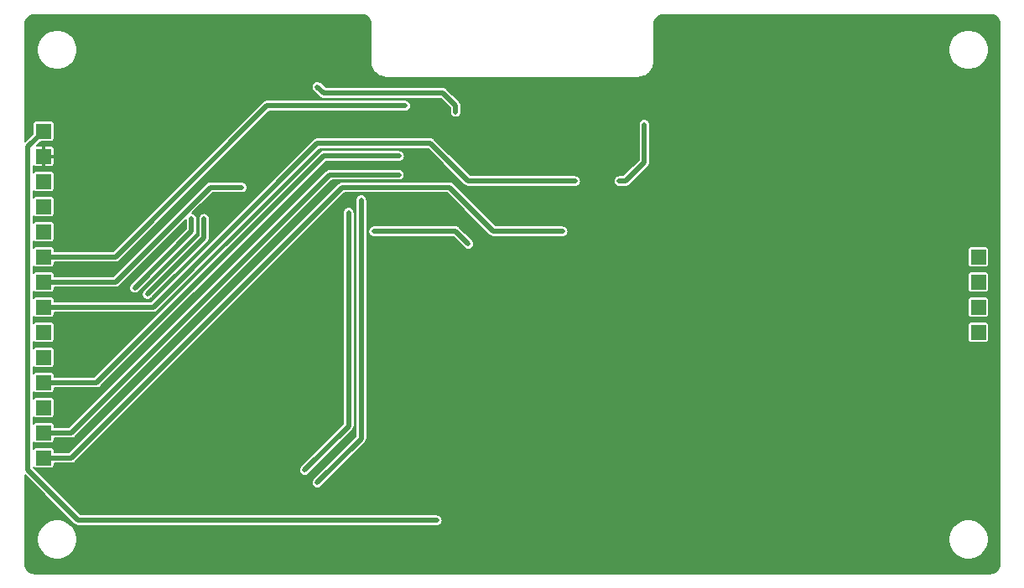
<source format=gbr>
%TF.GenerationSoftware,KiCad,Pcbnew,(5.1.12)-1*%
%TF.CreationDate,2022-08-08T15:47:42+09:00*%
%TF.ProjectId,LCD_module,4c43445f-6d6f-4647-956c-652e6b696361,rev?*%
%TF.SameCoordinates,Original*%
%TF.FileFunction,Copper,L1,Top*%
%TF.FilePolarity,Positive*%
%FSLAX46Y46*%
G04 Gerber Fmt 4.6, Leading zero omitted, Abs format (unit mm)*
G04 Created by KiCad (PCBNEW (5.1.12)-1) date 2022-08-08 15:47:42*
%MOMM*%
%LPD*%
G01*
G04 APERTURE LIST*
%TA.AperFunction,ComponentPad*%
%ADD10R,1.500000X1.500000*%
%TD*%
%TA.AperFunction,ViaPad*%
%ADD11C,0.500000*%
%TD*%
%TA.AperFunction,Conductor*%
%ADD12C,0.500000*%
%TD*%
%TA.AperFunction,Conductor*%
%ADD13C,0.127000*%
%TD*%
%TA.AperFunction,Conductor*%
%ADD14C,0.100000*%
%TD*%
G04 APERTURE END LIST*
D10*
%TO.P,U3,1*%
%TO.N,+3V3*%
X104454001Y-70545001D03*
%TO.P,U3,2*%
%TO.N,GND*%
X104454001Y-73085001D03*
%TO.P,U3,3*%
%TO.N,/IO15*%
X104454001Y-75625001D03*
%TO.P,U3,4*%
%TO.N,/IO4*%
X104454001Y-78165001D03*
%TO.P,U3,5*%
%TO.N,/IO2*%
X104454001Y-80705001D03*
%TO.P,U3,6*%
%TO.N,/IO23*%
X104454001Y-83245001D03*
%TO.P,U3,7*%
%TO.N,/IO18*%
X104454001Y-85785001D03*
%TO.P,U3,8*%
%TO.N,/IO32*%
X104454001Y-88325001D03*
%TO.P,U3,9*%
%TO.N,Net-(U3-Pad9)*%
X104454001Y-90865001D03*
%TO.P,U3,10*%
%TO.N,/IO18*%
X104454001Y-93405001D03*
%TO.P,U3,11*%
%TO.N,/IO21*%
X104454001Y-95945001D03*
%TO.P,U3,12*%
%TO.N,/IO23*%
X104454001Y-98485001D03*
%TO.P,U3,13*%
%TO.N,/IO19*%
X104454001Y-101025001D03*
%TO.P,U3,14*%
%TO.N,/IO27*%
X104454001Y-103565001D03*
%TO.P,U3,15*%
%TO.N,Net-(U3-Pad15)*%
X198815001Y-83245001D03*
%TO.P,U3,16*%
%TO.N,Net-(U3-Pad16)*%
X198815001Y-85785001D03*
%TO.P,U3,17*%
%TO.N,Net-(U3-Pad17)*%
X198815001Y-88325001D03*
%TO.P,U3,18*%
%TO.N,Net-(U3-Pad18)*%
X198815001Y-90865001D03*
%TD*%
D11*
%TO.N,GND*%
X130810000Y-83185000D03*
%TO.N,+3V3*%
X165100000Y-69850000D03*
X162560000Y-75565000D03*
X144145000Y-109855000D03*
%TO.N,/IO0*%
X146050000Y-68580000D03*
X132080000Y-66040000D03*
%TO.N,/TXD*%
X119380000Y-79375000D03*
X113665000Y-86360000D03*
%TO.N,/RXD*%
X120650000Y-79375000D03*
X114935000Y-86995000D03*
%TO.N,/TX*%
X136525000Y-77470000D03*
X132080000Y-106045000D03*
%TO.N,/RX*%
X135255000Y-78740000D03*
X130810000Y-104775000D03*
%TO.N,/IO32*%
X158115000Y-75565000D03*
%TO.N,/IO27*%
X156845000Y-80645000D03*
%TO.N,/IO15*%
X137795000Y-80645000D03*
X147320000Y-81915000D03*
%TO.N,/IO18*%
X124460000Y-76200000D03*
%TO.N,/IO19*%
X140335000Y-74930000D03*
%TO.N,/IO21*%
X140335000Y-73025000D03*
%TO.N,/IO23*%
X140970000Y-67945000D03*
%TD*%
D12*
%TO.N,+3V3*%
X162560000Y-75565000D02*
X163195000Y-75565000D01*
X165100000Y-73660000D02*
X165100000Y-69850000D01*
X163195000Y-75565000D02*
X165100000Y-73660000D01*
X104454001Y-70545001D02*
X102870000Y-72129002D01*
X102870000Y-104775000D02*
X107950000Y-109855000D01*
X102870000Y-72129002D02*
X102870000Y-104775000D01*
X107950000Y-109855000D02*
X144145000Y-109855000D01*
X144145000Y-109855000D02*
X144145000Y-109855000D01*
%TO.N,/IO0*%
X146050000Y-68580000D02*
X146050000Y-67945000D01*
X146050000Y-67945000D02*
X144780000Y-66675000D01*
X144780000Y-66675000D02*
X132715000Y-66675000D01*
X132715000Y-66675000D02*
X132080000Y-66040000D01*
%TO.N,/TXD*%
X119380000Y-79375000D02*
X119380000Y-80645000D01*
X119380000Y-80645000D02*
X113665000Y-86360000D01*
%TO.N,/RXD*%
X120650000Y-79375000D02*
X120650000Y-81280000D01*
X120650000Y-81280000D02*
X114935000Y-86995000D01*
%TO.N,/TX*%
X136525000Y-77470000D02*
X136525000Y-101600000D01*
X136525000Y-101600000D02*
X132080000Y-106045000D01*
%TO.N,/RX*%
X135255000Y-78740000D02*
X135255000Y-100330000D01*
X135255000Y-100330000D02*
X130810000Y-104775000D01*
%TO.N,/IO32*%
X104454001Y-88325001D02*
X115509999Y-88325001D01*
X115509999Y-88325001D02*
X132080000Y-71755000D01*
X132080000Y-71755000D02*
X143510000Y-71755000D01*
X143510000Y-71755000D02*
X147320000Y-75565000D01*
X147320000Y-75565000D02*
X158115000Y-75565000D01*
%TO.N,/IO27*%
X104454001Y-103565001D02*
X107254999Y-103565001D01*
X107254999Y-103565001D02*
X134620000Y-76200000D01*
X134620000Y-76200000D02*
X145415000Y-76200000D01*
X145415000Y-76200000D02*
X149860000Y-80645000D01*
X149860000Y-80645000D02*
X156845000Y-80645000D01*
%TO.N,/IO15*%
X137795000Y-80645000D02*
X146050000Y-80645000D01*
X146050000Y-80645000D02*
X147320000Y-81915000D01*
%TO.N,/IO18*%
X124460000Y-76200000D02*
X121285000Y-76200000D01*
X111699999Y-85785001D02*
X104454001Y-85785001D01*
X121285000Y-76200000D02*
X111699999Y-85785001D01*
%TO.N,/IO19*%
X104454001Y-101025001D02*
X107254999Y-101025001D01*
X107254999Y-101025001D02*
X133350000Y-74930000D01*
X133350000Y-74930000D02*
X140335000Y-74930000D01*
%TO.N,/IO21*%
X104454001Y-95945001D02*
X109794999Y-95945001D01*
X109794999Y-95945001D02*
X132715000Y-73025000D01*
X132715000Y-73025000D02*
X140335000Y-73025000D01*
%TO.N,/IO23*%
X104454001Y-83245001D02*
X111699999Y-83245001D01*
X111699999Y-83245001D02*
X127000000Y-67945000D01*
X127000000Y-67945000D02*
X140970000Y-67945000D01*
%TD*%
D13*
%TO.N,GND*%
X136704830Y-58781775D02*
X136877818Y-58834003D01*
X137037365Y-58918836D01*
X137177391Y-59033038D01*
X137292569Y-59172264D01*
X137378513Y-59331215D01*
X137431948Y-59503832D01*
X137452500Y-59699381D01*
X137452501Y-63516824D01*
X137453995Y-63531995D01*
X137453940Y-63539907D01*
X137454407Y-63544666D01*
X137480315Y-63791170D01*
X137486553Y-63821559D01*
X137492374Y-63852072D01*
X137493756Y-63856650D01*
X137567051Y-64093426D01*
X137579068Y-64122013D01*
X137590709Y-64150824D01*
X137592954Y-64155046D01*
X137710842Y-64373076D01*
X137728175Y-64398773D01*
X137745199Y-64424788D01*
X137748222Y-64428493D01*
X137906215Y-64619473D01*
X137928188Y-64641293D01*
X137949960Y-64663526D01*
X137953645Y-64666573D01*
X138145723Y-64823228D01*
X138171517Y-64840366D01*
X138197193Y-64857946D01*
X138201400Y-64860220D01*
X138420247Y-64976583D01*
X138448919Y-64988400D01*
X138477478Y-65000641D01*
X138482047Y-65002055D01*
X138719328Y-65073695D01*
X138749755Y-65079719D01*
X138780144Y-65086179D01*
X138784898Y-65086678D01*
X138784900Y-65086678D01*
X139031118Y-65110820D01*
X139048176Y-65112500D01*
X164481824Y-65112500D01*
X164497005Y-65111005D01*
X164504907Y-65111060D01*
X164509666Y-65110593D01*
X164756170Y-65084685D01*
X164786559Y-65078447D01*
X164817072Y-65072626D01*
X164821650Y-65071244D01*
X165058426Y-64997949D01*
X165087013Y-64985932D01*
X165115824Y-64974291D01*
X165120046Y-64972046D01*
X165338076Y-64854158D01*
X165363773Y-64836825D01*
X165389788Y-64819801D01*
X165393493Y-64816778D01*
X165584473Y-64658785D01*
X165606293Y-64636812D01*
X165628526Y-64615040D01*
X165631573Y-64611355D01*
X165788228Y-64419277D01*
X165805366Y-64393483D01*
X165822946Y-64367807D01*
X165825220Y-64363600D01*
X165941583Y-64144753D01*
X165953400Y-64116081D01*
X165965641Y-64087522D01*
X165967055Y-64082953D01*
X166038695Y-63845672D01*
X166044719Y-63815245D01*
X166051179Y-63784856D01*
X166051678Y-63780100D01*
X166075865Y-63533422D01*
X166077500Y-63516824D01*
X166077500Y-62106295D01*
X195807501Y-62106295D01*
X195807501Y-62503707D01*
X195885032Y-62893484D01*
X196037116Y-63260646D01*
X196257906Y-63591082D01*
X196538920Y-63872096D01*
X196869356Y-64092886D01*
X197236518Y-64244970D01*
X197626295Y-64322501D01*
X198023707Y-64322501D01*
X198413484Y-64244970D01*
X198780646Y-64092886D01*
X199111082Y-63872096D01*
X199392096Y-63591082D01*
X199612886Y-63260646D01*
X199764970Y-62893484D01*
X199842501Y-62503707D01*
X199842501Y-62106295D01*
X199764970Y-61716518D01*
X199612886Y-61349356D01*
X199392096Y-61018920D01*
X199111082Y-60737906D01*
X198780646Y-60517116D01*
X198413484Y-60365032D01*
X198023707Y-60287501D01*
X197626295Y-60287501D01*
X197236518Y-60365032D01*
X196869356Y-60517116D01*
X196538920Y-60737906D01*
X196257906Y-61018920D01*
X196037116Y-61349356D01*
X195885032Y-61716518D01*
X195807501Y-62106295D01*
X166077500Y-62106295D01*
X166077500Y-59706747D01*
X166096775Y-59510170D01*
X166149003Y-59337182D01*
X166233836Y-59177635D01*
X166348038Y-59037609D01*
X166487264Y-58922431D01*
X166646215Y-58836487D01*
X166818832Y-58783052D01*
X167014381Y-58762500D01*
X200008253Y-58762500D01*
X200204830Y-58781775D01*
X200377818Y-58834003D01*
X200537365Y-58918836D01*
X200677391Y-59033038D01*
X200792569Y-59172264D01*
X200878513Y-59331215D01*
X200931948Y-59503832D01*
X200952501Y-59699390D01*
X200952500Y-114283253D01*
X200933225Y-114479830D01*
X200880997Y-114652818D01*
X200796167Y-114812360D01*
X200681961Y-114952391D01*
X200542736Y-115067569D01*
X200383785Y-115153513D01*
X200211168Y-115206948D01*
X200015620Y-115227500D01*
X103521747Y-115227500D01*
X103325170Y-115208225D01*
X103152182Y-115155997D01*
X102992640Y-115071167D01*
X102852609Y-114956961D01*
X102737431Y-114817736D01*
X102651487Y-114658785D01*
X102598052Y-114486168D01*
X102577500Y-114290620D01*
X102577500Y-111606295D01*
X103807501Y-111606295D01*
X103807501Y-112003707D01*
X103885032Y-112393484D01*
X104037116Y-112760646D01*
X104257906Y-113091082D01*
X104538920Y-113372096D01*
X104869356Y-113592886D01*
X105236518Y-113744970D01*
X105626295Y-113822501D01*
X106023707Y-113822501D01*
X106413484Y-113744970D01*
X106780646Y-113592886D01*
X107111082Y-113372096D01*
X107392096Y-113091082D01*
X107612886Y-112760646D01*
X107764970Y-112393484D01*
X107842501Y-112003707D01*
X107842501Y-111606295D01*
X195807501Y-111606295D01*
X195807501Y-112003707D01*
X195885032Y-112393484D01*
X196037116Y-112760646D01*
X196257906Y-113091082D01*
X196538920Y-113372096D01*
X196869356Y-113592886D01*
X197236518Y-113744970D01*
X197626295Y-113822501D01*
X198023707Y-113822501D01*
X198413484Y-113744970D01*
X198780646Y-113592886D01*
X199111082Y-113372096D01*
X199392096Y-113091082D01*
X199612886Y-112760646D01*
X199764970Y-112393484D01*
X199842501Y-112003707D01*
X199842501Y-111606295D01*
X199764970Y-111216518D01*
X199612886Y-110849356D01*
X199392096Y-110518920D01*
X199111082Y-110237906D01*
X198780646Y-110017116D01*
X198413484Y-109865032D01*
X198023707Y-109787501D01*
X197626295Y-109787501D01*
X197236518Y-109865032D01*
X196869356Y-110017116D01*
X196538920Y-110237906D01*
X196257906Y-110518920D01*
X196037116Y-110849356D01*
X195885032Y-111216518D01*
X195807501Y-111606295D01*
X107842501Y-111606295D01*
X107764970Y-111216518D01*
X107612886Y-110849356D01*
X107392096Y-110518920D01*
X107111082Y-110237906D01*
X106780646Y-110017116D01*
X106413484Y-109865032D01*
X106023707Y-109787501D01*
X105626295Y-109787501D01*
X105236518Y-109865032D01*
X104869356Y-110017116D01*
X104538920Y-110237906D01*
X104257906Y-110518920D01*
X104037116Y-110849356D01*
X103885032Y-111216518D01*
X103807501Y-111606295D01*
X102577500Y-111606295D01*
X102577500Y-105285065D01*
X107529010Y-110236576D01*
X107546776Y-110258224D01*
X107568424Y-110275990D01*
X107633188Y-110329141D01*
X107685885Y-110357308D01*
X107731777Y-110381838D01*
X107838751Y-110414288D01*
X107922129Y-110422500D01*
X107922139Y-110422500D01*
X107950000Y-110425244D01*
X107977860Y-110422500D01*
X144200894Y-110422500D01*
X144228378Y-110417033D01*
X144256249Y-110414288D01*
X144283051Y-110406158D01*
X144310534Y-110400691D01*
X144336421Y-110389968D01*
X144363223Y-110381838D01*
X144387922Y-110368636D01*
X144413812Y-110357912D01*
X144437115Y-110342342D01*
X144461811Y-110329141D01*
X144483457Y-110311376D01*
X144506760Y-110295806D01*
X144526576Y-110275990D01*
X144548224Y-110258224D01*
X144565990Y-110236576D01*
X144585806Y-110216760D01*
X144601376Y-110193457D01*
X144619141Y-110171811D01*
X144632342Y-110147115D01*
X144647912Y-110123812D01*
X144658636Y-110097922D01*
X144671838Y-110073223D01*
X144679968Y-110046421D01*
X144690691Y-110020534D01*
X144696158Y-109993051D01*
X144704288Y-109966249D01*
X144707033Y-109938378D01*
X144712500Y-109910894D01*
X144712500Y-109882871D01*
X144715245Y-109855000D01*
X144712500Y-109827129D01*
X144712500Y-109799106D01*
X144707033Y-109771622D01*
X144704288Y-109743751D01*
X144696158Y-109716949D01*
X144690691Y-109689466D01*
X144679968Y-109663579D01*
X144671838Y-109636777D01*
X144658636Y-109612078D01*
X144647912Y-109586188D01*
X144632342Y-109562885D01*
X144619141Y-109538189D01*
X144601376Y-109516543D01*
X144585806Y-109493240D01*
X144565990Y-109473424D01*
X144548224Y-109451776D01*
X144526576Y-109434010D01*
X144506760Y-109414194D01*
X144483457Y-109398624D01*
X144461811Y-109380859D01*
X144437115Y-109367658D01*
X144413812Y-109352088D01*
X144387922Y-109341364D01*
X144363223Y-109328162D01*
X144336421Y-109320032D01*
X144310534Y-109309309D01*
X144283051Y-109303842D01*
X144256249Y-109295712D01*
X144228378Y-109292967D01*
X144200894Y-109287500D01*
X108185066Y-109287500D01*
X104942566Y-106045000D01*
X131509756Y-106045000D01*
X131512500Y-106072860D01*
X131512500Y-106100894D01*
X131517969Y-106128388D01*
X131520713Y-106156249D01*
X131528840Y-106183041D01*
X131534309Y-106210534D01*
X131545036Y-106236430D01*
X131553163Y-106263223D01*
X131566361Y-106287916D01*
X131577088Y-106313812D01*
X131592660Y-106337117D01*
X131605859Y-106361811D01*
X131623624Y-106383457D01*
X131639194Y-106406760D01*
X131659010Y-106426576D01*
X131676776Y-106448224D01*
X131698424Y-106465990D01*
X131718240Y-106485806D01*
X131741543Y-106501376D01*
X131763189Y-106519141D01*
X131787883Y-106532340D01*
X131811188Y-106547912D01*
X131837084Y-106558639D01*
X131861777Y-106571837D01*
X131888570Y-106579964D01*
X131914466Y-106590691D01*
X131941959Y-106596160D01*
X131968751Y-106604287D01*
X131996612Y-106607031D01*
X132024106Y-106612500D01*
X132052140Y-106612500D01*
X132080000Y-106615244D01*
X132107860Y-106612500D01*
X132135894Y-106612500D01*
X132163388Y-106607031D01*
X132191249Y-106604287D01*
X132218041Y-106596160D01*
X132245534Y-106590691D01*
X132271430Y-106579964D01*
X132298223Y-106571837D01*
X132322916Y-106558639D01*
X132348812Y-106547912D01*
X132372117Y-106532340D01*
X132396811Y-106519141D01*
X132418456Y-106501377D01*
X132441760Y-106485806D01*
X132520806Y-106406760D01*
X132520808Y-106406757D01*
X136906576Y-102020990D01*
X136928224Y-102003224D01*
X136970059Y-101952248D01*
X136999141Y-101916812D01*
X137051837Y-101818224D01*
X137051838Y-101818223D01*
X137084288Y-101711249D01*
X137092500Y-101627871D01*
X137092500Y-101627861D01*
X137095244Y-101600001D01*
X137092500Y-101572141D01*
X137092500Y-90115001D01*
X197745965Y-90115001D01*
X197745965Y-91615001D01*
X197752095Y-91677242D01*
X197770250Y-91737091D01*
X197799732Y-91792248D01*
X197839408Y-91840594D01*
X197887754Y-91880270D01*
X197942911Y-91909752D01*
X198002760Y-91927907D01*
X198065001Y-91934037D01*
X199565001Y-91934037D01*
X199627242Y-91927907D01*
X199687091Y-91909752D01*
X199742248Y-91880270D01*
X199790594Y-91840594D01*
X199830270Y-91792248D01*
X199859752Y-91737091D01*
X199877907Y-91677242D01*
X199884037Y-91615001D01*
X199884037Y-90115001D01*
X199877907Y-90052760D01*
X199859752Y-89992911D01*
X199830270Y-89937754D01*
X199790594Y-89889408D01*
X199742248Y-89849732D01*
X199687091Y-89820250D01*
X199627242Y-89802095D01*
X199565001Y-89795965D01*
X198065001Y-89795965D01*
X198002760Y-89802095D01*
X197942911Y-89820250D01*
X197887754Y-89849732D01*
X197839408Y-89889408D01*
X197799732Y-89937754D01*
X197770250Y-89992911D01*
X197752095Y-90052760D01*
X197745965Y-90115001D01*
X137092500Y-90115001D01*
X137092500Y-87575001D01*
X197745965Y-87575001D01*
X197745965Y-89075001D01*
X197752095Y-89137242D01*
X197770250Y-89197091D01*
X197799732Y-89252248D01*
X197839408Y-89300594D01*
X197887754Y-89340270D01*
X197942911Y-89369752D01*
X198002760Y-89387907D01*
X198065001Y-89394037D01*
X199565001Y-89394037D01*
X199627242Y-89387907D01*
X199687091Y-89369752D01*
X199742248Y-89340270D01*
X199790594Y-89300594D01*
X199830270Y-89252248D01*
X199859752Y-89197091D01*
X199877907Y-89137242D01*
X199884037Y-89075001D01*
X199884037Y-87575001D01*
X199877907Y-87512760D01*
X199859752Y-87452911D01*
X199830270Y-87397754D01*
X199790594Y-87349408D01*
X199742248Y-87309732D01*
X199687091Y-87280250D01*
X199627242Y-87262095D01*
X199565001Y-87255965D01*
X198065001Y-87255965D01*
X198002760Y-87262095D01*
X197942911Y-87280250D01*
X197887754Y-87309732D01*
X197839408Y-87349408D01*
X197799732Y-87397754D01*
X197770250Y-87452911D01*
X197752095Y-87512760D01*
X197745965Y-87575001D01*
X137092500Y-87575001D01*
X137092500Y-85035001D01*
X197745965Y-85035001D01*
X197745965Y-86535001D01*
X197752095Y-86597242D01*
X197770250Y-86657091D01*
X197799732Y-86712248D01*
X197839408Y-86760594D01*
X197887754Y-86800270D01*
X197942911Y-86829752D01*
X198002760Y-86847907D01*
X198065001Y-86854037D01*
X199565001Y-86854037D01*
X199627242Y-86847907D01*
X199687091Y-86829752D01*
X199742248Y-86800270D01*
X199790594Y-86760594D01*
X199830270Y-86712248D01*
X199859752Y-86657091D01*
X199877907Y-86597242D01*
X199884037Y-86535001D01*
X199884037Y-85035001D01*
X199877907Y-84972760D01*
X199859752Y-84912911D01*
X199830270Y-84857754D01*
X199790594Y-84809408D01*
X199742248Y-84769732D01*
X199687091Y-84740250D01*
X199627242Y-84722095D01*
X199565001Y-84715965D01*
X198065001Y-84715965D01*
X198002760Y-84722095D01*
X197942911Y-84740250D01*
X197887754Y-84769732D01*
X197839408Y-84809408D01*
X197799732Y-84857754D01*
X197770250Y-84912911D01*
X197752095Y-84972760D01*
X197745965Y-85035001D01*
X137092500Y-85035001D01*
X137092500Y-82495001D01*
X197745965Y-82495001D01*
X197745965Y-83995001D01*
X197752095Y-84057242D01*
X197770250Y-84117091D01*
X197799732Y-84172248D01*
X197839408Y-84220594D01*
X197887754Y-84260270D01*
X197942911Y-84289752D01*
X198002760Y-84307907D01*
X198065001Y-84314037D01*
X199565001Y-84314037D01*
X199627242Y-84307907D01*
X199687091Y-84289752D01*
X199742248Y-84260270D01*
X199790594Y-84220594D01*
X199830270Y-84172248D01*
X199859752Y-84117091D01*
X199877907Y-84057242D01*
X199884037Y-83995001D01*
X199884037Y-82495001D01*
X199877907Y-82432760D01*
X199859752Y-82372911D01*
X199830270Y-82317754D01*
X199790594Y-82269408D01*
X199742248Y-82229732D01*
X199687091Y-82200250D01*
X199627242Y-82182095D01*
X199565001Y-82175965D01*
X198065001Y-82175965D01*
X198002760Y-82182095D01*
X197942911Y-82200250D01*
X197887754Y-82229732D01*
X197839408Y-82269408D01*
X197799732Y-82317754D01*
X197770250Y-82372911D01*
X197752095Y-82432760D01*
X197745965Y-82495001D01*
X137092500Y-82495001D01*
X137092500Y-80645000D01*
X137224755Y-80645000D01*
X137227500Y-80672871D01*
X137227500Y-80700894D01*
X137232967Y-80728378D01*
X137235712Y-80756249D01*
X137243842Y-80783051D01*
X137249309Y-80810534D01*
X137260032Y-80836421D01*
X137268162Y-80863223D01*
X137281364Y-80887922D01*
X137292088Y-80913812D01*
X137307658Y-80937115D01*
X137320859Y-80961811D01*
X137338624Y-80983457D01*
X137354194Y-81006760D01*
X137374009Y-81026575D01*
X137391776Y-81048224D01*
X137413424Y-81065990D01*
X137433240Y-81085806D01*
X137456543Y-81101376D01*
X137478189Y-81119141D01*
X137502885Y-81132342D01*
X137526188Y-81147912D01*
X137552078Y-81158636D01*
X137576777Y-81171838D01*
X137603579Y-81179968D01*
X137629466Y-81190691D01*
X137656949Y-81196158D01*
X137683751Y-81204288D01*
X137711622Y-81207033D01*
X137739106Y-81212500D01*
X145814935Y-81212500D01*
X146879194Y-82276760D01*
X146958240Y-82355806D01*
X146981539Y-82371374D01*
X147003188Y-82389141D01*
X147027887Y-82402343D01*
X147051188Y-82417912D01*
X147077080Y-82428637D01*
X147101776Y-82441837D01*
X147128572Y-82449966D01*
X147154466Y-82460691D01*
X147181956Y-82466159D01*
X147208750Y-82474287D01*
X147236613Y-82477031D01*
X147264106Y-82482500D01*
X147292139Y-82482500D01*
X147319999Y-82485244D01*
X147347859Y-82482500D01*
X147375894Y-82482500D01*
X147403389Y-82477031D01*
X147431248Y-82474287D01*
X147458039Y-82466160D01*
X147485534Y-82460691D01*
X147511431Y-82449964D01*
X147538223Y-82441837D01*
X147562916Y-82428639D01*
X147588812Y-82417912D01*
X147612117Y-82402340D01*
X147636811Y-82389141D01*
X147658454Y-82371378D01*
X147681760Y-82355806D01*
X147701584Y-82335982D01*
X147723223Y-82318223D01*
X147740982Y-82296584D01*
X147760806Y-82276760D01*
X147776378Y-82253454D01*
X147794141Y-82231811D01*
X147807340Y-82207117D01*
X147822912Y-82183812D01*
X147833639Y-82157916D01*
X147846837Y-82133223D01*
X147854964Y-82106431D01*
X147865691Y-82080534D01*
X147871160Y-82053039D01*
X147879287Y-82026248D01*
X147882031Y-81998389D01*
X147887500Y-81970894D01*
X147887500Y-81942859D01*
X147890244Y-81914999D01*
X147887500Y-81887139D01*
X147887500Y-81859106D01*
X147882031Y-81831613D01*
X147879287Y-81803750D01*
X147871159Y-81776956D01*
X147865691Y-81749466D01*
X147854966Y-81723572D01*
X147846837Y-81696776D01*
X147833637Y-81672080D01*
X147822912Y-81646188D01*
X147807343Y-81622887D01*
X147794141Y-81598188D01*
X147776374Y-81576539D01*
X147760806Y-81553240D01*
X147681760Y-81474194D01*
X146470994Y-80263429D01*
X146453224Y-80241776D01*
X146366811Y-80170859D01*
X146268223Y-80118162D01*
X146161249Y-80085712D01*
X146077871Y-80077500D01*
X146077860Y-80077500D01*
X146050000Y-80074756D01*
X146022140Y-80077500D01*
X137739106Y-80077500D01*
X137711622Y-80082967D01*
X137683751Y-80085712D01*
X137656949Y-80093842D01*
X137629466Y-80099309D01*
X137603579Y-80110032D01*
X137576777Y-80118162D01*
X137552078Y-80131364D01*
X137526188Y-80142088D01*
X137502885Y-80157658D01*
X137478189Y-80170859D01*
X137456543Y-80188624D01*
X137433240Y-80204194D01*
X137413425Y-80224009D01*
X137391776Y-80241776D01*
X137374010Y-80263424D01*
X137354194Y-80283240D01*
X137338624Y-80306543D01*
X137320859Y-80328189D01*
X137307658Y-80352885D01*
X137292088Y-80376188D01*
X137281364Y-80402078D01*
X137268162Y-80426777D01*
X137260032Y-80453579D01*
X137249309Y-80479466D01*
X137243842Y-80506949D01*
X137235712Y-80533751D01*
X137232967Y-80561622D01*
X137227500Y-80589106D01*
X137227500Y-80617129D01*
X137224755Y-80645000D01*
X137092500Y-80645000D01*
X137092500Y-77414106D01*
X137087033Y-77386622D01*
X137084288Y-77358751D01*
X137076158Y-77331949D01*
X137070691Y-77304466D01*
X137059968Y-77278579D01*
X137051838Y-77251777D01*
X137038636Y-77227078D01*
X137027912Y-77201188D01*
X137012342Y-77177885D01*
X136999141Y-77153189D01*
X136981376Y-77131543D01*
X136965806Y-77108240D01*
X136945990Y-77088424D01*
X136928224Y-77066776D01*
X136906576Y-77049010D01*
X136886760Y-77029194D01*
X136863457Y-77013624D01*
X136841811Y-76995859D01*
X136817116Y-76982659D01*
X136793812Y-76967088D01*
X136767919Y-76956363D01*
X136743222Y-76943162D01*
X136716424Y-76935033D01*
X136690534Y-76924309D01*
X136663048Y-76918842D01*
X136636248Y-76910712D01*
X136608379Y-76907967D01*
X136580894Y-76902500D01*
X136552870Y-76902500D01*
X136525000Y-76899755D01*
X136497129Y-76902500D01*
X136469106Y-76902500D01*
X136441622Y-76907967D01*
X136413751Y-76910712D01*
X136386949Y-76918842D01*
X136359466Y-76924309D01*
X136333579Y-76935032D01*
X136306777Y-76943162D01*
X136282078Y-76956364D01*
X136256188Y-76967088D01*
X136232885Y-76982658D01*
X136208189Y-76995859D01*
X136186543Y-77013624D01*
X136163240Y-77029194D01*
X136143424Y-77049010D01*
X136121776Y-77066776D01*
X136104010Y-77088424D01*
X136084194Y-77108240D01*
X136068624Y-77131543D01*
X136050859Y-77153189D01*
X136037659Y-77177884D01*
X136022088Y-77201188D01*
X136011363Y-77227081D01*
X135998162Y-77251778D01*
X135990033Y-77278576D01*
X135979309Y-77304466D01*
X135973842Y-77331952D01*
X135965712Y-77358752D01*
X135962967Y-77386621D01*
X135957500Y-77414106D01*
X135957500Y-77442130D01*
X135957501Y-101364933D01*
X131718243Y-105604192D01*
X131718240Y-105604194D01*
X131639194Y-105683240D01*
X131623623Y-105706544D01*
X131605859Y-105728189D01*
X131592660Y-105752883D01*
X131577088Y-105776188D01*
X131566361Y-105802084D01*
X131553163Y-105826777D01*
X131545036Y-105853570D01*
X131534309Y-105879466D01*
X131528840Y-105906959D01*
X131520713Y-105933751D01*
X131517969Y-105961612D01*
X131512500Y-105989106D01*
X131512500Y-106017140D01*
X131509756Y-106045000D01*
X104942566Y-106045000D01*
X103672566Y-104775000D01*
X130239756Y-104775000D01*
X130242500Y-104802860D01*
X130242500Y-104830894D01*
X130247969Y-104858388D01*
X130250713Y-104886249D01*
X130258840Y-104913041D01*
X130264309Y-104940534D01*
X130275036Y-104966430D01*
X130283163Y-104993223D01*
X130296361Y-105017916D01*
X130307088Y-105043812D01*
X130322660Y-105067117D01*
X130335859Y-105091811D01*
X130353624Y-105113457D01*
X130369194Y-105136760D01*
X130389009Y-105156575D01*
X130406776Y-105178224D01*
X130428424Y-105195990D01*
X130448240Y-105215806D01*
X130471543Y-105231376D01*
X130493189Y-105249141D01*
X130517883Y-105262340D01*
X130541188Y-105277912D01*
X130567084Y-105288639D01*
X130591777Y-105301837D01*
X130618570Y-105309964D01*
X130644466Y-105320691D01*
X130671959Y-105326160D01*
X130698751Y-105334287D01*
X130726612Y-105337031D01*
X130754106Y-105342500D01*
X130782140Y-105342500D01*
X130810000Y-105345244D01*
X130837860Y-105342500D01*
X130865894Y-105342500D01*
X130893388Y-105337031D01*
X130921249Y-105334287D01*
X130948041Y-105326160D01*
X130975534Y-105320691D01*
X131001430Y-105309964D01*
X131028223Y-105301837D01*
X131052916Y-105288639D01*
X131078812Y-105277912D01*
X131102117Y-105262340D01*
X131126811Y-105249141D01*
X131148456Y-105231377D01*
X131171760Y-105215806D01*
X131250806Y-105136760D01*
X131250808Y-105136757D01*
X135636576Y-100750990D01*
X135658224Y-100733224D01*
X135678769Y-100708190D01*
X135729141Y-100646812D01*
X135781837Y-100548224D01*
X135781838Y-100548223D01*
X135814288Y-100441249D01*
X135822500Y-100357871D01*
X135822500Y-100357861D01*
X135825244Y-100330001D01*
X135822500Y-100302141D01*
X135822500Y-78684106D01*
X135817033Y-78656622D01*
X135814288Y-78628751D01*
X135806158Y-78601949D01*
X135800691Y-78574466D01*
X135789968Y-78548579D01*
X135781838Y-78521777D01*
X135768636Y-78497078D01*
X135757912Y-78471188D01*
X135742342Y-78447885D01*
X135729141Y-78423189D01*
X135711376Y-78401543D01*
X135695806Y-78378240D01*
X135675990Y-78358424D01*
X135658224Y-78336776D01*
X135636576Y-78319010D01*
X135616760Y-78299194D01*
X135593457Y-78283624D01*
X135571811Y-78265859D01*
X135547116Y-78252659D01*
X135523812Y-78237088D01*
X135497919Y-78226363D01*
X135473222Y-78213162D01*
X135446424Y-78205033D01*
X135420534Y-78194309D01*
X135393048Y-78188842D01*
X135366248Y-78180712D01*
X135338379Y-78177967D01*
X135310894Y-78172500D01*
X135282870Y-78172500D01*
X135255000Y-78169755D01*
X135227129Y-78172500D01*
X135199106Y-78172500D01*
X135171622Y-78177967D01*
X135143751Y-78180712D01*
X135116949Y-78188842D01*
X135089466Y-78194309D01*
X135063579Y-78205032D01*
X135036777Y-78213162D01*
X135012078Y-78226364D01*
X134986188Y-78237088D01*
X134962885Y-78252658D01*
X134938189Y-78265859D01*
X134916543Y-78283624D01*
X134893240Y-78299194D01*
X134873424Y-78319010D01*
X134851776Y-78336776D01*
X134834010Y-78358424D01*
X134814194Y-78378240D01*
X134798624Y-78401543D01*
X134780859Y-78423189D01*
X134767659Y-78447884D01*
X134752088Y-78471188D01*
X134741363Y-78497081D01*
X134728162Y-78521778D01*
X134720033Y-78548576D01*
X134709309Y-78574466D01*
X134703842Y-78601952D01*
X134695712Y-78628752D01*
X134692967Y-78656621D01*
X134687500Y-78684106D01*
X134687500Y-78712130D01*
X134687501Y-100094933D01*
X130448243Y-104334192D01*
X130448240Y-104334194D01*
X130369194Y-104413240D01*
X130353623Y-104436544D01*
X130335859Y-104458189D01*
X130322660Y-104482883D01*
X130307088Y-104506188D01*
X130296361Y-104532084D01*
X130283163Y-104556777D01*
X130275036Y-104583570D01*
X130264309Y-104609466D01*
X130258840Y-104636959D01*
X130250713Y-104663751D01*
X130247969Y-104691612D01*
X130242500Y-104719106D01*
X130242500Y-104747140D01*
X130239756Y-104775000D01*
X103672566Y-104775000D01*
X103437500Y-104539935D01*
X103437500Y-104489943D01*
X103438732Y-104492248D01*
X103478408Y-104540594D01*
X103526754Y-104580270D01*
X103581911Y-104609752D01*
X103641760Y-104627907D01*
X103704001Y-104634037D01*
X105204001Y-104634037D01*
X105266242Y-104627907D01*
X105326091Y-104609752D01*
X105381248Y-104580270D01*
X105429594Y-104540594D01*
X105469270Y-104492248D01*
X105498752Y-104437091D01*
X105516907Y-104377242D01*
X105523037Y-104315001D01*
X105523037Y-104132501D01*
X107227139Y-104132501D01*
X107254999Y-104135245D01*
X107282859Y-104132501D01*
X107282870Y-104132501D01*
X107366248Y-104124289D01*
X107473222Y-104091839D01*
X107571810Y-104039142D01*
X107658223Y-103968225D01*
X107675993Y-103946572D01*
X134855067Y-76767500D01*
X145179935Y-76767500D01*
X149439009Y-81026575D01*
X149456776Y-81048224D01*
X149478424Y-81065990D01*
X149543188Y-81119141D01*
X149595885Y-81147308D01*
X149641777Y-81171838D01*
X149748751Y-81204288D01*
X149832129Y-81212500D01*
X149832139Y-81212500D01*
X149859999Y-81215244D01*
X149887859Y-81212500D01*
X156900894Y-81212500D01*
X156928378Y-81207033D01*
X156956249Y-81204288D01*
X156983051Y-81196158D01*
X157010534Y-81190691D01*
X157036421Y-81179968D01*
X157063223Y-81171838D01*
X157087922Y-81158636D01*
X157113812Y-81147912D01*
X157137115Y-81132342D01*
X157161811Y-81119141D01*
X157183457Y-81101376D01*
X157206760Y-81085806D01*
X157226576Y-81065990D01*
X157248224Y-81048224D01*
X157265991Y-81026575D01*
X157285806Y-81006760D01*
X157301376Y-80983457D01*
X157319141Y-80961811D01*
X157332342Y-80937115D01*
X157347912Y-80913812D01*
X157358636Y-80887922D01*
X157371838Y-80863223D01*
X157379968Y-80836421D01*
X157390691Y-80810534D01*
X157396158Y-80783051D01*
X157404288Y-80756249D01*
X157407033Y-80728378D01*
X157412500Y-80700894D01*
X157412500Y-80672871D01*
X157415245Y-80645000D01*
X157412500Y-80617129D01*
X157412500Y-80589106D01*
X157407033Y-80561622D01*
X157404288Y-80533751D01*
X157396158Y-80506949D01*
X157390691Y-80479466D01*
X157379968Y-80453579D01*
X157371838Y-80426777D01*
X157358636Y-80402078D01*
X157347912Y-80376188D01*
X157332342Y-80352885D01*
X157319141Y-80328189D01*
X157301376Y-80306543D01*
X157285806Y-80283240D01*
X157265990Y-80263424D01*
X157248224Y-80241776D01*
X157226575Y-80224009D01*
X157206760Y-80204194D01*
X157183457Y-80188624D01*
X157161811Y-80170859D01*
X157137115Y-80157658D01*
X157113812Y-80142088D01*
X157087922Y-80131364D01*
X157063223Y-80118162D01*
X157036421Y-80110032D01*
X157010534Y-80099309D01*
X156983051Y-80093842D01*
X156956249Y-80085712D01*
X156928378Y-80082967D01*
X156900894Y-80077500D01*
X150095066Y-80077500D01*
X145835994Y-75818429D01*
X145818224Y-75796776D01*
X145731811Y-75725859D01*
X145633223Y-75673162D01*
X145526249Y-75640712D01*
X145442871Y-75632500D01*
X145442860Y-75632500D01*
X145415000Y-75629756D01*
X145387140Y-75632500D01*
X134647868Y-75632500D01*
X134620000Y-75629755D01*
X134592132Y-75632500D01*
X134592129Y-75632500D01*
X134508751Y-75640712D01*
X134426674Y-75665610D01*
X134401776Y-75673162D01*
X134303188Y-75725859D01*
X134238424Y-75779009D01*
X134238418Y-75779015D01*
X134216776Y-75796776D01*
X134199015Y-75818418D01*
X107019934Y-102997501D01*
X105523037Y-102997501D01*
X105523037Y-102815001D01*
X105516907Y-102752760D01*
X105498752Y-102692911D01*
X105469270Y-102637754D01*
X105429594Y-102589408D01*
X105381248Y-102549732D01*
X105326091Y-102520250D01*
X105266242Y-102502095D01*
X105204001Y-102495965D01*
X103704001Y-102495965D01*
X103641760Y-102502095D01*
X103581911Y-102520250D01*
X103526754Y-102549732D01*
X103478408Y-102589408D01*
X103438732Y-102637754D01*
X103437500Y-102640059D01*
X103437500Y-101949943D01*
X103438732Y-101952248D01*
X103478408Y-102000594D01*
X103526754Y-102040270D01*
X103581911Y-102069752D01*
X103641760Y-102087907D01*
X103704001Y-102094037D01*
X105204001Y-102094037D01*
X105266242Y-102087907D01*
X105326091Y-102069752D01*
X105381248Y-102040270D01*
X105429594Y-102000594D01*
X105469270Y-101952248D01*
X105498752Y-101897091D01*
X105516907Y-101837242D01*
X105523037Y-101775001D01*
X105523037Y-101592501D01*
X107227139Y-101592501D01*
X107254999Y-101595245D01*
X107282859Y-101592501D01*
X107282870Y-101592501D01*
X107366248Y-101584289D01*
X107473222Y-101551839D01*
X107571810Y-101499142D01*
X107658223Y-101428225D01*
X107675993Y-101406572D01*
X133585066Y-75497500D01*
X140390894Y-75497500D01*
X140418378Y-75492033D01*
X140446249Y-75489288D01*
X140473051Y-75481158D01*
X140500534Y-75475691D01*
X140526421Y-75464968D01*
X140553223Y-75456838D01*
X140577922Y-75443636D01*
X140603812Y-75432912D01*
X140627115Y-75417342D01*
X140651811Y-75404141D01*
X140673457Y-75386376D01*
X140696760Y-75370806D01*
X140716576Y-75350990D01*
X140738224Y-75333224D01*
X140755990Y-75311576D01*
X140775806Y-75291760D01*
X140791376Y-75268457D01*
X140809141Y-75246811D01*
X140822342Y-75222115D01*
X140837912Y-75198812D01*
X140848636Y-75172922D01*
X140861838Y-75148223D01*
X140869968Y-75121421D01*
X140880691Y-75095534D01*
X140886158Y-75068051D01*
X140894288Y-75041249D01*
X140897033Y-75013378D01*
X140902500Y-74985894D01*
X140902500Y-74957871D01*
X140905245Y-74930000D01*
X140902500Y-74902129D01*
X140902500Y-74874106D01*
X140897033Y-74846622D01*
X140894288Y-74818751D01*
X140886158Y-74791949D01*
X140880691Y-74764466D01*
X140869968Y-74738579D01*
X140861838Y-74711777D01*
X140848636Y-74687078D01*
X140837912Y-74661188D01*
X140822342Y-74637885D01*
X140809141Y-74613189D01*
X140791376Y-74591543D01*
X140775806Y-74568240D01*
X140755990Y-74548424D01*
X140738224Y-74526776D01*
X140716576Y-74509010D01*
X140696760Y-74489194D01*
X140673457Y-74473624D01*
X140651811Y-74455859D01*
X140627115Y-74442658D01*
X140603812Y-74427088D01*
X140577922Y-74416364D01*
X140553223Y-74403162D01*
X140526421Y-74395032D01*
X140500534Y-74384309D01*
X140473051Y-74378842D01*
X140446249Y-74370712D01*
X140418378Y-74367967D01*
X140390894Y-74362500D01*
X133377859Y-74362500D01*
X133349999Y-74359756D01*
X133322139Y-74362500D01*
X133322129Y-74362500D01*
X133238751Y-74370712D01*
X133131777Y-74403162D01*
X133087015Y-74427088D01*
X133033188Y-74455859D01*
X132992570Y-74489194D01*
X132946776Y-74526776D01*
X132929010Y-74548424D01*
X107019934Y-100457501D01*
X105523037Y-100457501D01*
X105523037Y-100275001D01*
X105516907Y-100212760D01*
X105498752Y-100152911D01*
X105469270Y-100097754D01*
X105429594Y-100049408D01*
X105381248Y-100009732D01*
X105326091Y-99980250D01*
X105266242Y-99962095D01*
X105204001Y-99955965D01*
X103704001Y-99955965D01*
X103641760Y-99962095D01*
X103581911Y-99980250D01*
X103526754Y-100009732D01*
X103478408Y-100049408D01*
X103438732Y-100097754D01*
X103437500Y-100100059D01*
X103437500Y-99409943D01*
X103438732Y-99412248D01*
X103478408Y-99460594D01*
X103526754Y-99500270D01*
X103581911Y-99529752D01*
X103641760Y-99547907D01*
X103704001Y-99554037D01*
X105204001Y-99554037D01*
X105266242Y-99547907D01*
X105326091Y-99529752D01*
X105381248Y-99500270D01*
X105429594Y-99460594D01*
X105469270Y-99412248D01*
X105498752Y-99357091D01*
X105516907Y-99297242D01*
X105523037Y-99235001D01*
X105523037Y-97735001D01*
X105516907Y-97672760D01*
X105498752Y-97612911D01*
X105469270Y-97557754D01*
X105429594Y-97509408D01*
X105381248Y-97469732D01*
X105326091Y-97440250D01*
X105266242Y-97422095D01*
X105204001Y-97415965D01*
X103704001Y-97415965D01*
X103641760Y-97422095D01*
X103581911Y-97440250D01*
X103526754Y-97469732D01*
X103478408Y-97509408D01*
X103438732Y-97557754D01*
X103437500Y-97560059D01*
X103437500Y-96869943D01*
X103438732Y-96872248D01*
X103478408Y-96920594D01*
X103526754Y-96960270D01*
X103581911Y-96989752D01*
X103641760Y-97007907D01*
X103704001Y-97014037D01*
X105204001Y-97014037D01*
X105266242Y-97007907D01*
X105326091Y-96989752D01*
X105381248Y-96960270D01*
X105429594Y-96920594D01*
X105469270Y-96872248D01*
X105498752Y-96817091D01*
X105516907Y-96757242D01*
X105523037Y-96695001D01*
X105523037Y-96512501D01*
X109767139Y-96512501D01*
X109794999Y-96515245D01*
X109822859Y-96512501D01*
X109822870Y-96512501D01*
X109906248Y-96504289D01*
X110013222Y-96471839D01*
X110111810Y-96419142D01*
X110198223Y-96348225D01*
X110215993Y-96326572D01*
X132950066Y-73592500D01*
X140390894Y-73592500D01*
X140418378Y-73587033D01*
X140446249Y-73584288D01*
X140473051Y-73576158D01*
X140500534Y-73570691D01*
X140526421Y-73559968D01*
X140553223Y-73551838D01*
X140577922Y-73538636D01*
X140603812Y-73527912D01*
X140627115Y-73512342D01*
X140651811Y-73499141D01*
X140673457Y-73481376D01*
X140696760Y-73465806D01*
X140716576Y-73445990D01*
X140738224Y-73428224D01*
X140755990Y-73406576D01*
X140775806Y-73386760D01*
X140791376Y-73363457D01*
X140809141Y-73341811D01*
X140822342Y-73317115D01*
X140837912Y-73293812D01*
X140848636Y-73267922D01*
X140861838Y-73243223D01*
X140869968Y-73216421D01*
X140880691Y-73190534D01*
X140886158Y-73163051D01*
X140894288Y-73136249D01*
X140897033Y-73108378D01*
X140902500Y-73080894D01*
X140902500Y-73052871D01*
X140905245Y-73025000D01*
X140902500Y-72997129D01*
X140902500Y-72969106D01*
X140897033Y-72941622D01*
X140894288Y-72913751D01*
X140886158Y-72886949D01*
X140880691Y-72859466D01*
X140869968Y-72833579D01*
X140861838Y-72806777D01*
X140848636Y-72782078D01*
X140837912Y-72756188D01*
X140822342Y-72732885D01*
X140809141Y-72708189D01*
X140791376Y-72686543D01*
X140775806Y-72663240D01*
X140755990Y-72643424D01*
X140738224Y-72621776D01*
X140716576Y-72604010D01*
X140696760Y-72584194D01*
X140673457Y-72568624D01*
X140651811Y-72550859D01*
X140627115Y-72537658D01*
X140603812Y-72522088D01*
X140577922Y-72511364D01*
X140553223Y-72498162D01*
X140526421Y-72490032D01*
X140500534Y-72479309D01*
X140473051Y-72473842D01*
X140446249Y-72465712D01*
X140418378Y-72462967D01*
X140390894Y-72457500D01*
X132742859Y-72457500D01*
X132714999Y-72454756D01*
X132687139Y-72457500D01*
X132687129Y-72457500D01*
X132603751Y-72465712D01*
X132496777Y-72498162D01*
X132452015Y-72522088D01*
X132398188Y-72550859D01*
X132357570Y-72584194D01*
X132311776Y-72621776D01*
X132294010Y-72643424D01*
X109559934Y-95377501D01*
X105523037Y-95377501D01*
X105523037Y-95195001D01*
X105516907Y-95132760D01*
X105498752Y-95072911D01*
X105469270Y-95017754D01*
X105429594Y-94969408D01*
X105381248Y-94929732D01*
X105326091Y-94900250D01*
X105266242Y-94882095D01*
X105204001Y-94875965D01*
X103704001Y-94875965D01*
X103641760Y-94882095D01*
X103581911Y-94900250D01*
X103526754Y-94929732D01*
X103478408Y-94969408D01*
X103438732Y-95017754D01*
X103437500Y-95020059D01*
X103437500Y-94329943D01*
X103438732Y-94332248D01*
X103478408Y-94380594D01*
X103526754Y-94420270D01*
X103581911Y-94449752D01*
X103641760Y-94467907D01*
X103704001Y-94474037D01*
X105204001Y-94474037D01*
X105266242Y-94467907D01*
X105326091Y-94449752D01*
X105381248Y-94420270D01*
X105429594Y-94380594D01*
X105469270Y-94332248D01*
X105498752Y-94277091D01*
X105516907Y-94217242D01*
X105523037Y-94155001D01*
X105523037Y-92655001D01*
X105516907Y-92592760D01*
X105498752Y-92532911D01*
X105469270Y-92477754D01*
X105429594Y-92429408D01*
X105381248Y-92389732D01*
X105326091Y-92360250D01*
X105266242Y-92342095D01*
X105204001Y-92335965D01*
X103704001Y-92335965D01*
X103641760Y-92342095D01*
X103581911Y-92360250D01*
X103526754Y-92389732D01*
X103478408Y-92429408D01*
X103438732Y-92477754D01*
X103437500Y-92480059D01*
X103437500Y-91789943D01*
X103438732Y-91792248D01*
X103478408Y-91840594D01*
X103526754Y-91880270D01*
X103581911Y-91909752D01*
X103641760Y-91927907D01*
X103704001Y-91934037D01*
X105204001Y-91934037D01*
X105266242Y-91927907D01*
X105326091Y-91909752D01*
X105381248Y-91880270D01*
X105429594Y-91840594D01*
X105469270Y-91792248D01*
X105498752Y-91737091D01*
X105516907Y-91677242D01*
X105523037Y-91615001D01*
X105523037Y-90115001D01*
X105516907Y-90052760D01*
X105498752Y-89992911D01*
X105469270Y-89937754D01*
X105429594Y-89889408D01*
X105381248Y-89849732D01*
X105326091Y-89820250D01*
X105266242Y-89802095D01*
X105204001Y-89795965D01*
X103704001Y-89795965D01*
X103641760Y-89802095D01*
X103581911Y-89820250D01*
X103526754Y-89849732D01*
X103478408Y-89889408D01*
X103438732Y-89937754D01*
X103437500Y-89940059D01*
X103437500Y-89249943D01*
X103438732Y-89252248D01*
X103478408Y-89300594D01*
X103526754Y-89340270D01*
X103581911Y-89369752D01*
X103641760Y-89387907D01*
X103704001Y-89394037D01*
X105204001Y-89394037D01*
X105266242Y-89387907D01*
X105326091Y-89369752D01*
X105381248Y-89340270D01*
X105429594Y-89300594D01*
X105469270Y-89252248D01*
X105498752Y-89197091D01*
X105516907Y-89137242D01*
X105523037Y-89075001D01*
X105523037Y-88892501D01*
X115482139Y-88892501D01*
X115509999Y-88895245D01*
X115537859Y-88892501D01*
X115537870Y-88892501D01*
X115621248Y-88884289D01*
X115728222Y-88851839D01*
X115826810Y-88799142D01*
X115913223Y-88728225D01*
X115930993Y-88706572D01*
X132315066Y-72322500D01*
X143274935Y-72322500D01*
X146899015Y-75946582D01*
X146916776Y-75968224D01*
X146938418Y-75985985D01*
X146938424Y-75985991D01*
X147003188Y-76039141D01*
X147055885Y-76067308D01*
X147101777Y-76091838D01*
X147208751Y-76124288D01*
X147292129Y-76132500D01*
X147292132Y-76132500D01*
X147320000Y-76135245D01*
X147347868Y-76132500D01*
X158170894Y-76132500D01*
X158198378Y-76127033D01*
X158226249Y-76124288D01*
X158253051Y-76116158D01*
X158280534Y-76110691D01*
X158306421Y-76099968D01*
X158333223Y-76091838D01*
X158357922Y-76078636D01*
X158383812Y-76067912D01*
X158407115Y-76052342D01*
X158431811Y-76039141D01*
X158453457Y-76021376D01*
X158476760Y-76005806D01*
X158496576Y-75985990D01*
X158518224Y-75968224D01*
X158535990Y-75946576D01*
X158555806Y-75926760D01*
X158571376Y-75903457D01*
X158589141Y-75881811D01*
X158602342Y-75857115D01*
X158617912Y-75833812D01*
X158628636Y-75807922D01*
X158641838Y-75783223D01*
X158649968Y-75756421D01*
X158660691Y-75730534D01*
X158666158Y-75703051D01*
X158674288Y-75676249D01*
X158677033Y-75648378D01*
X158682500Y-75620894D01*
X158682500Y-75592871D01*
X158685245Y-75565000D01*
X161989755Y-75565000D01*
X161992500Y-75592871D01*
X161992500Y-75620894D01*
X161997967Y-75648378D01*
X162000712Y-75676249D01*
X162008842Y-75703051D01*
X162014309Y-75730534D01*
X162025032Y-75756421D01*
X162033162Y-75783223D01*
X162046364Y-75807922D01*
X162057088Y-75833812D01*
X162072658Y-75857115D01*
X162085859Y-75881811D01*
X162103624Y-75903457D01*
X162119194Y-75926760D01*
X162139010Y-75946576D01*
X162156776Y-75968224D01*
X162178424Y-75985990D01*
X162198240Y-76005806D01*
X162221543Y-76021376D01*
X162243189Y-76039141D01*
X162267885Y-76052342D01*
X162291188Y-76067912D01*
X162317078Y-76078636D01*
X162341777Y-76091838D01*
X162368579Y-76099968D01*
X162394466Y-76110691D01*
X162421949Y-76116158D01*
X162448751Y-76124288D01*
X162476622Y-76127033D01*
X162504106Y-76132500D01*
X163167140Y-76132500D01*
X163195000Y-76135244D01*
X163222860Y-76132500D01*
X163222871Y-76132500D01*
X163306249Y-76124288D01*
X163413223Y-76091838D01*
X163511811Y-76039141D01*
X163598224Y-75968224D01*
X163615994Y-75946571D01*
X165481576Y-74080990D01*
X165503224Y-74063224D01*
X165545059Y-74012248D01*
X165574141Y-73976812D01*
X165626837Y-73878224D01*
X165626838Y-73878223D01*
X165659288Y-73771249D01*
X165667500Y-73687871D01*
X165667500Y-73687860D01*
X165670244Y-73660000D01*
X165667500Y-73632140D01*
X165667500Y-69794106D01*
X165662033Y-69766622D01*
X165659288Y-69738751D01*
X165651158Y-69711949D01*
X165645691Y-69684466D01*
X165634968Y-69658579D01*
X165626838Y-69631777D01*
X165613636Y-69607078D01*
X165602912Y-69581188D01*
X165587342Y-69557885D01*
X165574141Y-69533189D01*
X165556376Y-69511543D01*
X165540806Y-69488240D01*
X165520990Y-69468424D01*
X165503224Y-69446776D01*
X165481576Y-69429010D01*
X165461760Y-69409194D01*
X165438457Y-69393624D01*
X165416811Y-69375859D01*
X165392115Y-69362658D01*
X165368812Y-69347088D01*
X165342922Y-69336364D01*
X165318223Y-69323162D01*
X165291421Y-69315032D01*
X165265534Y-69304309D01*
X165238051Y-69298842D01*
X165211249Y-69290712D01*
X165183378Y-69287967D01*
X165155894Y-69282500D01*
X165127871Y-69282500D01*
X165100000Y-69279755D01*
X165072130Y-69282500D01*
X165044106Y-69282500D01*
X165016621Y-69287967D01*
X164988752Y-69290712D01*
X164961952Y-69298842D01*
X164934466Y-69304309D01*
X164908576Y-69315033D01*
X164881778Y-69323162D01*
X164857082Y-69336362D01*
X164831188Y-69347088D01*
X164807881Y-69362661D01*
X164783190Y-69375859D01*
X164761548Y-69393620D01*
X164738240Y-69409194D01*
X164718419Y-69429015D01*
X164696777Y-69446776D01*
X164679016Y-69468418D01*
X164659194Y-69488240D01*
X164643619Y-69511549D01*
X164625860Y-69533189D01*
X164612663Y-69557878D01*
X164597088Y-69581188D01*
X164586361Y-69607086D01*
X164573163Y-69631777D01*
X164565036Y-69658570D01*
X164554309Y-69684466D01*
X164548840Y-69711959D01*
X164540713Y-69738751D01*
X164537969Y-69766612D01*
X164532500Y-69794106D01*
X164532500Y-69905894D01*
X164532501Y-69905899D01*
X164532500Y-73424934D01*
X162959935Y-74997500D01*
X162504106Y-74997500D01*
X162476622Y-75002967D01*
X162448751Y-75005712D01*
X162421949Y-75013842D01*
X162394466Y-75019309D01*
X162368579Y-75030032D01*
X162341777Y-75038162D01*
X162317078Y-75051364D01*
X162291188Y-75062088D01*
X162267885Y-75077658D01*
X162243189Y-75090859D01*
X162221543Y-75108624D01*
X162198240Y-75124194D01*
X162178424Y-75144010D01*
X162156776Y-75161776D01*
X162139010Y-75183424D01*
X162119194Y-75203240D01*
X162103624Y-75226543D01*
X162085859Y-75248189D01*
X162072658Y-75272885D01*
X162057088Y-75296188D01*
X162046364Y-75322078D01*
X162033162Y-75346777D01*
X162025032Y-75373579D01*
X162014309Y-75399466D01*
X162008842Y-75426949D01*
X162000712Y-75453751D01*
X161997967Y-75481622D01*
X161992500Y-75509106D01*
X161992500Y-75537129D01*
X161989755Y-75565000D01*
X158685245Y-75565000D01*
X158682500Y-75537129D01*
X158682500Y-75509106D01*
X158677033Y-75481622D01*
X158674288Y-75453751D01*
X158666158Y-75426949D01*
X158660691Y-75399466D01*
X158649968Y-75373579D01*
X158641838Y-75346777D01*
X158628636Y-75322078D01*
X158617912Y-75296188D01*
X158602342Y-75272885D01*
X158589141Y-75248189D01*
X158571376Y-75226543D01*
X158555806Y-75203240D01*
X158535990Y-75183424D01*
X158518224Y-75161776D01*
X158496576Y-75144010D01*
X158476760Y-75124194D01*
X158453457Y-75108624D01*
X158431811Y-75090859D01*
X158407115Y-75077658D01*
X158383812Y-75062088D01*
X158357922Y-75051364D01*
X158333223Y-75038162D01*
X158306421Y-75030032D01*
X158280534Y-75019309D01*
X158253051Y-75013842D01*
X158226249Y-75005712D01*
X158198378Y-75002967D01*
X158170894Y-74997500D01*
X147555067Y-74997500D01*
X143930994Y-71373429D01*
X143913224Y-71351776D01*
X143826811Y-71280859D01*
X143728223Y-71228162D01*
X143621249Y-71195712D01*
X143537871Y-71187500D01*
X143537860Y-71187500D01*
X143510000Y-71184756D01*
X143482140Y-71187500D01*
X132107860Y-71187500D01*
X132079999Y-71184756D01*
X132052139Y-71187500D01*
X132052129Y-71187500D01*
X131968751Y-71195712D01*
X131861777Y-71228162D01*
X131815885Y-71252692D01*
X131763188Y-71280859D01*
X131698424Y-71334010D01*
X131676776Y-71351776D01*
X131659010Y-71373424D01*
X115274934Y-87757501D01*
X105523037Y-87757501D01*
X105523037Y-87575001D01*
X105516907Y-87512760D01*
X105498752Y-87452911D01*
X105469270Y-87397754D01*
X105429594Y-87349408D01*
X105381248Y-87309732D01*
X105326091Y-87280250D01*
X105266242Y-87262095D01*
X105204001Y-87255965D01*
X103704001Y-87255965D01*
X103641760Y-87262095D01*
X103581911Y-87280250D01*
X103526754Y-87309732D01*
X103478408Y-87349408D01*
X103438732Y-87397754D01*
X103437500Y-87400059D01*
X103437500Y-86995000D01*
X114364756Y-86995000D01*
X114367500Y-87022860D01*
X114367500Y-87050894D01*
X114372969Y-87078388D01*
X114375713Y-87106249D01*
X114383840Y-87133041D01*
X114389309Y-87160534D01*
X114400036Y-87186430D01*
X114408163Y-87213223D01*
X114421361Y-87237916D01*
X114432088Y-87263812D01*
X114447660Y-87287117D01*
X114460859Y-87311811D01*
X114478624Y-87333457D01*
X114494194Y-87356760D01*
X114514010Y-87376576D01*
X114531776Y-87398224D01*
X114553424Y-87415990D01*
X114573240Y-87435806D01*
X114596543Y-87451376D01*
X114618189Y-87469141D01*
X114642883Y-87482340D01*
X114666188Y-87497912D01*
X114692084Y-87508639D01*
X114716777Y-87521837D01*
X114743570Y-87529964D01*
X114769466Y-87540691D01*
X114796959Y-87546160D01*
X114823751Y-87554287D01*
X114851612Y-87557031D01*
X114879106Y-87562500D01*
X114907140Y-87562500D01*
X114935000Y-87565244D01*
X114962860Y-87562500D01*
X114990894Y-87562500D01*
X115018388Y-87557031D01*
X115046249Y-87554287D01*
X115073041Y-87546160D01*
X115100534Y-87540691D01*
X115126430Y-87529964D01*
X115153223Y-87521837D01*
X115177916Y-87508639D01*
X115203812Y-87497912D01*
X115227117Y-87482340D01*
X115251811Y-87469141D01*
X115273456Y-87451377D01*
X115296760Y-87435806D01*
X115375806Y-87356760D01*
X115375808Y-87356757D01*
X121031576Y-81700990D01*
X121053224Y-81683224D01*
X121095059Y-81632248D01*
X121124141Y-81596812D01*
X121176838Y-81498224D01*
X121189949Y-81455001D01*
X121209288Y-81391249D01*
X121217500Y-81307871D01*
X121217500Y-81307868D01*
X121220245Y-81280000D01*
X121217500Y-81252132D01*
X121217500Y-79319106D01*
X121212033Y-79291622D01*
X121209288Y-79263751D01*
X121201158Y-79236949D01*
X121195691Y-79209466D01*
X121184968Y-79183579D01*
X121176838Y-79156777D01*
X121163636Y-79132078D01*
X121152912Y-79106188D01*
X121137342Y-79082885D01*
X121124141Y-79058189D01*
X121106376Y-79036543D01*
X121090806Y-79013240D01*
X121070990Y-78993424D01*
X121053224Y-78971776D01*
X121031576Y-78954010D01*
X121011760Y-78934194D01*
X120988457Y-78918624D01*
X120966811Y-78900859D01*
X120942116Y-78887659D01*
X120918812Y-78872088D01*
X120892919Y-78861363D01*
X120868222Y-78848162D01*
X120841424Y-78840033D01*
X120815534Y-78829309D01*
X120788048Y-78823842D01*
X120761248Y-78815712D01*
X120733379Y-78812967D01*
X120705894Y-78807500D01*
X120677870Y-78807500D01*
X120650000Y-78804755D01*
X120622129Y-78807500D01*
X120594106Y-78807500D01*
X120566622Y-78812967D01*
X120538751Y-78815712D01*
X120511949Y-78823842D01*
X120484466Y-78829309D01*
X120458579Y-78840032D01*
X120431777Y-78848162D01*
X120407078Y-78861364D01*
X120381188Y-78872088D01*
X120357885Y-78887658D01*
X120333189Y-78900859D01*
X120311543Y-78918624D01*
X120288240Y-78934194D01*
X120268424Y-78954010D01*
X120246776Y-78971776D01*
X120229010Y-78993424D01*
X120209194Y-79013240D01*
X120193624Y-79036543D01*
X120175859Y-79058189D01*
X120162659Y-79082884D01*
X120147088Y-79106188D01*
X120136363Y-79132081D01*
X120123162Y-79156778D01*
X120115033Y-79183576D01*
X120104309Y-79209466D01*
X120098842Y-79236952D01*
X120090712Y-79263752D01*
X120087967Y-79291621D01*
X120082500Y-79319106D01*
X120082500Y-79347130D01*
X120082501Y-81044933D01*
X114573243Y-86554192D01*
X114573240Y-86554194D01*
X114494194Y-86633240D01*
X114478623Y-86656544D01*
X114460859Y-86678189D01*
X114447660Y-86702883D01*
X114432088Y-86726188D01*
X114421361Y-86752084D01*
X114408163Y-86776777D01*
X114400036Y-86803570D01*
X114389309Y-86829466D01*
X114383840Y-86856959D01*
X114375713Y-86883751D01*
X114372969Y-86911612D01*
X114367500Y-86939106D01*
X114367500Y-86967140D01*
X114364756Y-86995000D01*
X103437500Y-86995000D01*
X103437500Y-86709943D01*
X103438732Y-86712248D01*
X103478408Y-86760594D01*
X103526754Y-86800270D01*
X103581911Y-86829752D01*
X103641760Y-86847907D01*
X103704001Y-86854037D01*
X105204001Y-86854037D01*
X105266242Y-86847907D01*
X105326091Y-86829752D01*
X105381248Y-86800270D01*
X105429594Y-86760594D01*
X105469270Y-86712248D01*
X105498752Y-86657091D01*
X105516907Y-86597242D01*
X105523037Y-86535001D01*
X105523037Y-86352501D01*
X111672139Y-86352501D01*
X111699999Y-86355245D01*
X111727859Y-86352501D01*
X111727870Y-86352501D01*
X111811248Y-86344289D01*
X111918222Y-86311839D01*
X112016810Y-86259142D01*
X112103223Y-86188225D01*
X112120993Y-86166572D01*
X118812500Y-79475066D01*
X118812501Y-80409933D01*
X113303243Y-85919192D01*
X113303240Y-85919194D01*
X113224194Y-85998240D01*
X113208623Y-86021544D01*
X113190859Y-86043189D01*
X113177660Y-86067883D01*
X113162088Y-86091188D01*
X113151361Y-86117084D01*
X113138163Y-86141777D01*
X113130036Y-86168570D01*
X113119309Y-86194466D01*
X113113840Y-86221959D01*
X113105713Y-86248751D01*
X113102969Y-86276612D01*
X113097500Y-86304106D01*
X113097500Y-86332140D01*
X113094756Y-86360000D01*
X113097500Y-86387860D01*
X113097500Y-86415894D01*
X113102969Y-86443388D01*
X113105713Y-86471249D01*
X113113840Y-86498041D01*
X113119309Y-86525534D01*
X113130036Y-86551430D01*
X113138163Y-86578223D01*
X113151361Y-86602916D01*
X113162088Y-86628812D01*
X113177660Y-86652117D01*
X113190859Y-86676811D01*
X113208624Y-86698457D01*
X113224194Y-86721760D01*
X113244010Y-86741576D01*
X113261776Y-86763224D01*
X113283424Y-86780990D01*
X113303240Y-86800806D01*
X113326543Y-86816376D01*
X113348189Y-86834141D01*
X113372883Y-86847340D01*
X113396188Y-86862912D01*
X113422084Y-86873639D01*
X113446777Y-86886837D01*
X113473570Y-86894964D01*
X113499466Y-86905691D01*
X113526959Y-86911160D01*
X113553751Y-86919287D01*
X113581612Y-86922031D01*
X113609106Y-86927500D01*
X113637140Y-86927500D01*
X113665000Y-86930244D01*
X113692860Y-86927500D01*
X113720894Y-86927500D01*
X113748388Y-86922031D01*
X113776249Y-86919287D01*
X113803041Y-86911160D01*
X113830534Y-86905691D01*
X113856430Y-86894964D01*
X113883223Y-86886837D01*
X113907916Y-86873639D01*
X113933812Y-86862912D01*
X113957117Y-86847340D01*
X113981811Y-86834141D01*
X114003456Y-86816377D01*
X114026760Y-86800806D01*
X114105806Y-86721760D01*
X114105808Y-86721757D01*
X119761576Y-81065990D01*
X119783224Y-81048224D01*
X119800991Y-81026575D01*
X119854141Y-80961812D01*
X119906838Y-80863224D01*
X119924239Y-80805859D01*
X119939288Y-80756249D01*
X119947500Y-80672871D01*
X119947500Y-80672868D01*
X119950245Y-80645000D01*
X119947500Y-80617132D01*
X119947500Y-79319106D01*
X119942033Y-79291622D01*
X119939288Y-79263751D01*
X119931158Y-79236949D01*
X119925691Y-79209466D01*
X119914968Y-79183579D01*
X119906838Y-79156777D01*
X119893636Y-79132078D01*
X119882912Y-79106188D01*
X119867342Y-79082885D01*
X119854141Y-79058189D01*
X119836376Y-79036543D01*
X119820806Y-79013240D01*
X119800990Y-78993424D01*
X119783224Y-78971776D01*
X119761576Y-78954010D01*
X119741760Y-78934194D01*
X119718457Y-78918624D01*
X119696811Y-78900859D01*
X119672116Y-78887659D01*
X119648812Y-78872088D01*
X119622919Y-78861363D01*
X119598222Y-78848162D01*
X119571424Y-78840033D01*
X119545534Y-78829309D01*
X119518048Y-78823842D01*
X119491248Y-78815712D01*
X119473593Y-78813973D01*
X121520066Y-76767500D01*
X124515894Y-76767500D01*
X124543378Y-76762033D01*
X124571249Y-76759288D01*
X124598051Y-76751158D01*
X124625534Y-76745691D01*
X124651421Y-76734968D01*
X124678223Y-76726838D01*
X124702922Y-76713636D01*
X124728812Y-76702912D01*
X124752115Y-76687342D01*
X124776811Y-76674141D01*
X124798457Y-76656376D01*
X124821760Y-76640806D01*
X124841576Y-76620990D01*
X124863224Y-76603224D01*
X124880991Y-76581575D01*
X124900806Y-76561760D01*
X124916376Y-76538457D01*
X124934141Y-76516811D01*
X124947342Y-76492115D01*
X124962912Y-76468812D01*
X124973636Y-76442922D01*
X124986838Y-76418223D01*
X124994968Y-76391421D01*
X125005691Y-76365534D01*
X125011158Y-76338051D01*
X125019288Y-76311249D01*
X125022033Y-76283378D01*
X125027500Y-76255894D01*
X125027500Y-76227871D01*
X125030245Y-76200000D01*
X125027500Y-76172129D01*
X125027500Y-76144106D01*
X125022033Y-76116622D01*
X125019288Y-76088751D01*
X125011158Y-76061949D01*
X125005691Y-76034466D01*
X124994968Y-76008579D01*
X124986838Y-75981777D01*
X124973636Y-75957078D01*
X124962912Y-75931188D01*
X124947342Y-75907885D01*
X124934141Y-75883189D01*
X124916376Y-75861543D01*
X124900806Y-75838240D01*
X124880990Y-75818424D01*
X124863224Y-75796776D01*
X124841575Y-75779009D01*
X124821760Y-75759194D01*
X124798457Y-75743624D01*
X124776811Y-75725859D01*
X124752115Y-75712658D01*
X124728812Y-75697088D01*
X124702922Y-75686364D01*
X124678223Y-75673162D01*
X124651421Y-75665032D01*
X124625534Y-75654309D01*
X124598051Y-75648842D01*
X124571249Y-75640712D01*
X124543378Y-75637967D01*
X124515894Y-75632500D01*
X121312859Y-75632500D01*
X121284999Y-75629756D01*
X121257139Y-75632500D01*
X121257129Y-75632500D01*
X121173751Y-75640712D01*
X121066777Y-75673162D01*
X120968189Y-75725859D01*
X120881776Y-75796776D01*
X120864010Y-75818424D01*
X111464934Y-85217501D01*
X105523037Y-85217501D01*
X105523037Y-85035001D01*
X105516907Y-84972760D01*
X105498752Y-84912911D01*
X105469270Y-84857754D01*
X105429594Y-84809408D01*
X105381248Y-84769732D01*
X105326091Y-84740250D01*
X105266242Y-84722095D01*
X105204001Y-84715965D01*
X103704001Y-84715965D01*
X103641760Y-84722095D01*
X103581911Y-84740250D01*
X103526754Y-84769732D01*
X103478408Y-84809408D01*
X103438732Y-84857754D01*
X103437500Y-84860059D01*
X103437500Y-84169943D01*
X103438732Y-84172248D01*
X103478408Y-84220594D01*
X103526754Y-84260270D01*
X103581911Y-84289752D01*
X103641760Y-84307907D01*
X103704001Y-84314037D01*
X105204001Y-84314037D01*
X105266242Y-84307907D01*
X105326091Y-84289752D01*
X105381248Y-84260270D01*
X105429594Y-84220594D01*
X105469270Y-84172248D01*
X105498752Y-84117091D01*
X105516907Y-84057242D01*
X105523037Y-83995001D01*
X105523037Y-83812501D01*
X111672139Y-83812501D01*
X111699999Y-83815245D01*
X111727859Y-83812501D01*
X111727870Y-83812501D01*
X111811248Y-83804289D01*
X111918222Y-83771839D01*
X112016810Y-83719142D01*
X112103223Y-83648225D01*
X112120993Y-83626572D01*
X127235066Y-68512500D01*
X141025894Y-68512500D01*
X141053378Y-68507033D01*
X141081249Y-68504288D01*
X141108051Y-68496158D01*
X141135534Y-68490691D01*
X141161421Y-68479968D01*
X141188223Y-68471838D01*
X141212922Y-68458636D01*
X141238812Y-68447912D01*
X141262115Y-68432342D01*
X141286811Y-68419141D01*
X141308457Y-68401376D01*
X141331760Y-68385806D01*
X141351576Y-68365990D01*
X141373224Y-68348224D01*
X141390990Y-68326576D01*
X141410806Y-68306760D01*
X141426376Y-68283457D01*
X141444141Y-68261811D01*
X141457342Y-68237115D01*
X141472912Y-68213812D01*
X141483636Y-68187922D01*
X141496838Y-68163223D01*
X141504968Y-68136421D01*
X141515691Y-68110534D01*
X141521158Y-68083051D01*
X141529288Y-68056249D01*
X141532033Y-68028378D01*
X141537500Y-68000894D01*
X141537500Y-67972871D01*
X141540245Y-67945000D01*
X141537500Y-67917129D01*
X141537500Y-67889106D01*
X141532033Y-67861622D01*
X141529288Y-67833751D01*
X141521158Y-67806949D01*
X141515691Y-67779466D01*
X141504968Y-67753579D01*
X141496838Y-67726777D01*
X141483636Y-67702078D01*
X141472912Y-67676188D01*
X141457342Y-67652885D01*
X141444141Y-67628189D01*
X141426376Y-67606543D01*
X141410806Y-67583240D01*
X141390990Y-67563424D01*
X141373224Y-67541776D01*
X141351576Y-67524010D01*
X141331760Y-67504194D01*
X141308457Y-67488624D01*
X141286811Y-67470859D01*
X141262115Y-67457658D01*
X141238812Y-67442088D01*
X141212922Y-67431364D01*
X141188223Y-67418162D01*
X141161421Y-67410032D01*
X141135534Y-67399309D01*
X141108051Y-67393842D01*
X141081249Y-67385712D01*
X141053378Y-67382967D01*
X141025894Y-67377500D01*
X127027860Y-67377500D01*
X127000000Y-67374756D01*
X126972139Y-67377500D01*
X126972129Y-67377500D01*
X126888751Y-67385712D01*
X126781777Y-67418162D01*
X126737015Y-67442088D01*
X126683188Y-67470859D01*
X126642570Y-67504194D01*
X126596776Y-67541776D01*
X126579010Y-67563424D01*
X111464934Y-82677501D01*
X105523037Y-82677501D01*
X105523037Y-82495001D01*
X105516907Y-82432760D01*
X105498752Y-82372911D01*
X105469270Y-82317754D01*
X105429594Y-82269408D01*
X105381248Y-82229732D01*
X105326091Y-82200250D01*
X105266242Y-82182095D01*
X105204001Y-82175965D01*
X103704001Y-82175965D01*
X103641760Y-82182095D01*
X103581911Y-82200250D01*
X103526754Y-82229732D01*
X103478408Y-82269408D01*
X103438732Y-82317754D01*
X103437500Y-82320059D01*
X103437500Y-81629943D01*
X103438732Y-81632248D01*
X103478408Y-81680594D01*
X103526754Y-81720270D01*
X103581911Y-81749752D01*
X103641760Y-81767907D01*
X103704001Y-81774037D01*
X105204001Y-81774037D01*
X105266242Y-81767907D01*
X105326091Y-81749752D01*
X105381248Y-81720270D01*
X105429594Y-81680594D01*
X105469270Y-81632248D01*
X105498752Y-81577091D01*
X105516907Y-81517242D01*
X105523037Y-81455001D01*
X105523037Y-79955001D01*
X105516907Y-79892760D01*
X105498752Y-79832911D01*
X105469270Y-79777754D01*
X105429594Y-79729408D01*
X105381248Y-79689732D01*
X105326091Y-79660250D01*
X105266242Y-79642095D01*
X105204001Y-79635965D01*
X103704001Y-79635965D01*
X103641760Y-79642095D01*
X103581911Y-79660250D01*
X103526754Y-79689732D01*
X103478408Y-79729408D01*
X103438732Y-79777754D01*
X103437500Y-79780059D01*
X103437500Y-79089943D01*
X103438732Y-79092248D01*
X103478408Y-79140594D01*
X103526754Y-79180270D01*
X103581911Y-79209752D01*
X103641760Y-79227907D01*
X103704001Y-79234037D01*
X105204001Y-79234037D01*
X105266242Y-79227907D01*
X105326091Y-79209752D01*
X105381248Y-79180270D01*
X105429594Y-79140594D01*
X105469270Y-79092248D01*
X105498752Y-79037091D01*
X105516907Y-78977242D01*
X105523037Y-78915001D01*
X105523037Y-77415001D01*
X105516907Y-77352760D01*
X105498752Y-77292911D01*
X105469270Y-77237754D01*
X105429594Y-77189408D01*
X105381248Y-77149732D01*
X105326091Y-77120250D01*
X105266242Y-77102095D01*
X105204001Y-77095965D01*
X103704001Y-77095965D01*
X103641760Y-77102095D01*
X103581911Y-77120250D01*
X103526754Y-77149732D01*
X103478408Y-77189408D01*
X103438732Y-77237754D01*
X103437500Y-77240059D01*
X103437500Y-76549943D01*
X103438732Y-76552248D01*
X103478408Y-76600594D01*
X103526754Y-76640270D01*
X103581911Y-76669752D01*
X103641760Y-76687907D01*
X103704001Y-76694037D01*
X105204001Y-76694037D01*
X105266242Y-76687907D01*
X105326091Y-76669752D01*
X105381248Y-76640270D01*
X105429594Y-76600594D01*
X105469270Y-76552248D01*
X105498752Y-76497091D01*
X105516907Y-76437242D01*
X105523037Y-76375001D01*
X105523037Y-74875001D01*
X105516907Y-74812760D01*
X105498752Y-74752911D01*
X105469270Y-74697754D01*
X105429594Y-74649408D01*
X105381248Y-74609732D01*
X105326091Y-74580250D01*
X105266242Y-74562095D01*
X105204001Y-74555965D01*
X103704001Y-74555965D01*
X103641760Y-74562095D01*
X103581911Y-74580250D01*
X103526754Y-74609732D01*
X103478408Y-74649408D01*
X103438732Y-74697754D01*
X103437500Y-74700059D01*
X103437500Y-74009943D01*
X103438732Y-74012248D01*
X103478408Y-74060594D01*
X103526754Y-74100270D01*
X103581911Y-74129752D01*
X103641760Y-74147907D01*
X103704001Y-74154037D01*
X104311126Y-74152501D01*
X104390501Y-74073126D01*
X104390501Y-73148501D01*
X104517501Y-73148501D01*
X104517501Y-74073126D01*
X104596876Y-74152501D01*
X105204001Y-74154037D01*
X105266242Y-74147907D01*
X105326091Y-74129752D01*
X105381248Y-74100270D01*
X105429594Y-74060594D01*
X105469270Y-74012248D01*
X105498752Y-73957091D01*
X105516907Y-73897242D01*
X105523037Y-73835001D01*
X105521501Y-73227876D01*
X105442126Y-73148501D01*
X104517501Y-73148501D01*
X104390501Y-73148501D01*
X104370501Y-73148501D01*
X104370501Y-73021501D01*
X104390501Y-73021501D01*
X104390501Y-72096876D01*
X104517501Y-72096876D01*
X104517501Y-73021501D01*
X105442126Y-73021501D01*
X105521501Y-72942126D01*
X105523037Y-72335001D01*
X105516907Y-72272760D01*
X105498752Y-72212911D01*
X105469270Y-72157754D01*
X105429594Y-72109408D01*
X105381248Y-72069732D01*
X105326091Y-72040250D01*
X105266242Y-72022095D01*
X105204001Y-72015965D01*
X104596876Y-72017501D01*
X104517501Y-72096876D01*
X104390501Y-72096876D01*
X104311126Y-72017501D01*
X103785397Y-72016171D01*
X104187531Y-71614037D01*
X105204001Y-71614037D01*
X105266242Y-71607907D01*
X105326091Y-71589752D01*
X105381248Y-71560270D01*
X105429594Y-71520594D01*
X105469270Y-71472248D01*
X105498752Y-71417091D01*
X105516907Y-71357242D01*
X105523037Y-71295001D01*
X105523037Y-69795001D01*
X105516907Y-69732760D01*
X105498752Y-69672911D01*
X105469270Y-69617754D01*
X105429594Y-69569408D01*
X105381248Y-69529732D01*
X105326091Y-69500250D01*
X105266242Y-69482095D01*
X105204001Y-69475965D01*
X103704001Y-69475965D01*
X103641760Y-69482095D01*
X103581911Y-69500250D01*
X103526754Y-69529732D01*
X103478408Y-69569408D01*
X103438732Y-69617754D01*
X103409250Y-69672911D01*
X103391095Y-69732760D01*
X103384965Y-69795001D01*
X103384965Y-70811471D01*
X102577500Y-71618937D01*
X102577500Y-66040000D01*
X131509756Y-66040000D01*
X131512500Y-66067860D01*
X131512500Y-66095894D01*
X131517969Y-66123388D01*
X131520713Y-66151249D01*
X131528840Y-66178041D01*
X131534309Y-66205534D01*
X131545036Y-66231430D01*
X131553163Y-66258223D01*
X131566361Y-66282916D01*
X131577088Y-66308812D01*
X131592660Y-66332117D01*
X131605859Y-66356811D01*
X131623623Y-66378456D01*
X131639194Y-66401760D01*
X131718242Y-66480808D01*
X132294014Y-67056581D01*
X132311776Y-67078224D01*
X132333418Y-67095985D01*
X132333424Y-67095991D01*
X132398188Y-67149141D01*
X132450885Y-67177308D01*
X132496777Y-67201838D01*
X132603751Y-67234288D01*
X132687129Y-67242500D01*
X132687132Y-67242500D01*
X132715000Y-67245245D01*
X132742868Y-67242500D01*
X144544935Y-67242500D01*
X145482500Y-68180066D01*
X145482500Y-68635894D01*
X145487967Y-68663379D01*
X145490712Y-68691248D01*
X145498842Y-68718048D01*
X145504309Y-68745534D01*
X145515033Y-68771424D01*
X145523162Y-68798222D01*
X145536363Y-68822919D01*
X145547088Y-68848812D01*
X145562659Y-68872116D01*
X145575859Y-68896811D01*
X145593624Y-68918457D01*
X145609194Y-68941760D01*
X145629010Y-68961576D01*
X145646776Y-68983224D01*
X145668424Y-69000990D01*
X145688240Y-69020806D01*
X145711543Y-69036376D01*
X145733189Y-69054141D01*
X145757885Y-69067342D01*
X145781188Y-69082912D01*
X145807078Y-69093636D01*
X145831777Y-69106838D01*
X145858579Y-69114968D01*
X145884466Y-69125691D01*
X145911949Y-69131158D01*
X145938751Y-69139288D01*
X145966622Y-69142033D01*
X145994106Y-69147500D01*
X146022129Y-69147500D01*
X146050000Y-69150245D01*
X146077870Y-69147500D01*
X146105894Y-69147500D01*
X146133379Y-69142033D01*
X146161248Y-69139288D01*
X146188048Y-69131158D01*
X146215534Y-69125691D01*
X146241424Y-69114967D01*
X146268222Y-69106838D01*
X146292919Y-69093637D01*
X146318812Y-69082912D01*
X146342116Y-69067341D01*
X146366811Y-69054141D01*
X146388457Y-69036376D01*
X146411760Y-69020806D01*
X146431576Y-69000990D01*
X146453224Y-68983224D01*
X146470990Y-68961576D01*
X146490806Y-68941760D01*
X146506376Y-68918457D01*
X146524141Y-68896811D01*
X146537342Y-68872115D01*
X146552912Y-68848812D01*
X146563636Y-68822922D01*
X146576838Y-68798223D01*
X146584968Y-68771421D01*
X146595691Y-68745534D01*
X146601158Y-68718051D01*
X146609288Y-68691249D01*
X146612033Y-68663378D01*
X146617500Y-68635894D01*
X146617500Y-67972859D01*
X146620244Y-67944999D01*
X146617500Y-67917139D01*
X146617500Y-67917129D01*
X146609288Y-67833751D01*
X146576838Y-67726777D01*
X146549797Y-67676188D01*
X146524141Y-67628188D01*
X146470990Y-67563424D01*
X146453224Y-67541776D01*
X146431576Y-67524010D01*
X145200994Y-66293429D01*
X145183224Y-66271776D01*
X145096811Y-66200859D01*
X144998223Y-66148162D01*
X144891249Y-66115712D01*
X144807871Y-66107500D01*
X144807860Y-66107500D01*
X144780000Y-66104756D01*
X144752140Y-66107500D01*
X132950066Y-66107500D01*
X132441760Y-65599194D01*
X132418456Y-65583623D01*
X132396811Y-65565859D01*
X132372117Y-65552660D01*
X132348812Y-65537088D01*
X132322916Y-65526361D01*
X132298223Y-65513163D01*
X132271430Y-65505036D01*
X132245534Y-65494309D01*
X132218041Y-65488840D01*
X132191249Y-65480713D01*
X132163388Y-65477969D01*
X132135894Y-65472500D01*
X132107860Y-65472500D01*
X132080000Y-65469756D01*
X132052140Y-65472500D01*
X132024106Y-65472500D01*
X131996612Y-65477969D01*
X131968751Y-65480713D01*
X131941959Y-65488840D01*
X131914466Y-65494309D01*
X131888570Y-65505036D01*
X131861777Y-65513163D01*
X131837084Y-65526361D01*
X131811188Y-65537088D01*
X131787883Y-65552660D01*
X131763189Y-65565859D01*
X131741543Y-65583624D01*
X131718240Y-65599194D01*
X131698424Y-65619010D01*
X131676776Y-65636776D01*
X131659010Y-65658424D01*
X131639194Y-65678240D01*
X131623624Y-65701543D01*
X131605859Y-65723189D01*
X131592660Y-65747883D01*
X131577088Y-65771188D01*
X131566361Y-65797084D01*
X131553163Y-65821777D01*
X131545036Y-65848570D01*
X131534309Y-65874466D01*
X131528840Y-65901959D01*
X131520713Y-65928751D01*
X131517969Y-65956612D01*
X131512500Y-65984106D01*
X131512500Y-66012140D01*
X131509756Y-66040000D01*
X102577500Y-66040000D01*
X102577500Y-62106295D01*
X103807501Y-62106295D01*
X103807501Y-62503707D01*
X103885032Y-62893484D01*
X104037116Y-63260646D01*
X104257906Y-63591082D01*
X104538920Y-63872096D01*
X104869356Y-64092886D01*
X105236518Y-64244970D01*
X105626295Y-64322501D01*
X106023707Y-64322501D01*
X106413484Y-64244970D01*
X106780646Y-64092886D01*
X107111082Y-63872096D01*
X107392096Y-63591082D01*
X107612886Y-63260646D01*
X107764970Y-62893484D01*
X107842501Y-62503707D01*
X107842501Y-62106295D01*
X107764970Y-61716518D01*
X107612886Y-61349356D01*
X107392096Y-61018920D01*
X107111082Y-60737906D01*
X106780646Y-60517116D01*
X106413484Y-60365032D01*
X106023707Y-60287501D01*
X105626295Y-60287501D01*
X105236518Y-60365032D01*
X104869356Y-60517116D01*
X104538920Y-60737906D01*
X104257906Y-61018920D01*
X104037116Y-61349356D01*
X103885032Y-61716518D01*
X103807501Y-62106295D01*
X102577500Y-62106295D01*
X102577500Y-59706747D01*
X102596775Y-59510170D01*
X102649003Y-59337182D01*
X102733836Y-59177635D01*
X102848038Y-59037609D01*
X102987264Y-58922431D01*
X103146215Y-58836487D01*
X103318832Y-58783052D01*
X103514381Y-58762500D01*
X136508253Y-58762500D01*
X136704830Y-58781775D01*
%TA.AperFunction,Conductor*%
D14*
G36*
X136704830Y-58781775D02*
G01*
X136877818Y-58834003D01*
X137037365Y-58918836D01*
X137177391Y-59033038D01*
X137292569Y-59172264D01*
X137378513Y-59331215D01*
X137431948Y-59503832D01*
X137452500Y-59699381D01*
X137452501Y-63516824D01*
X137453995Y-63531995D01*
X137453940Y-63539907D01*
X137454407Y-63544666D01*
X137480315Y-63791170D01*
X137486553Y-63821559D01*
X137492374Y-63852072D01*
X137493756Y-63856650D01*
X137567051Y-64093426D01*
X137579068Y-64122013D01*
X137590709Y-64150824D01*
X137592954Y-64155046D01*
X137710842Y-64373076D01*
X137728175Y-64398773D01*
X137745199Y-64424788D01*
X137748222Y-64428493D01*
X137906215Y-64619473D01*
X137928188Y-64641293D01*
X137949960Y-64663526D01*
X137953645Y-64666573D01*
X138145723Y-64823228D01*
X138171517Y-64840366D01*
X138197193Y-64857946D01*
X138201400Y-64860220D01*
X138420247Y-64976583D01*
X138448919Y-64988400D01*
X138477478Y-65000641D01*
X138482047Y-65002055D01*
X138719328Y-65073695D01*
X138749755Y-65079719D01*
X138780144Y-65086179D01*
X138784898Y-65086678D01*
X138784900Y-65086678D01*
X139031118Y-65110820D01*
X139048176Y-65112500D01*
X164481824Y-65112500D01*
X164497005Y-65111005D01*
X164504907Y-65111060D01*
X164509666Y-65110593D01*
X164756170Y-65084685D01*
X164786559Y-65078447D01*
X164817072Y-65072626D01*
X164821650Y-65071244D01*
X165058426Y-64997949D01*
X165087013Y-64985932D01*
X165115824Y-64974291D01*
X165120046Y-64972046D01*
X165338076Y-64854158D01*
X165363773Y-64836825D01*
X165389788Y-64819801D01*
X165393493Y-64816778D01*
X165584473Y-64658785D01*
X165606293Y-64636812D01*
X165628526Y-64615040D01*
X165631573Y-64611355D01*
X165788228Y-64419277D01*
X165805366Y-64393483D01*
X165822946Y-64367807D01*
X165825220Y-64363600D01*
X165941583Y-64144753D01*
X165953400Y-64116081D01*
X165965641Y-64087522D01*
X165967055Y-64082953D01*
X166038695Y-63845672D01*
X166044719Y-63815245D01*
X166051179Y-63784856D01*
X166051678Y-63780100D01*
X166075865Y-63533422D01*
X166077500Y-63516824D01*
X166077500Y-62106295D01*
X195807501Y-62106295D01*
X195807501Y-62503707D01*
X195885032Y-62893484D01*
X196037116Y-63260646D01*
X196257906Y-63591082D01*
X196538920Y-63872096D01*
X196869356Y-64092886D01*
X197236518Y-64244970D01*
X197626295Y-64322501D01*
X198023707Y-64322501D01*
X198413484Y-64244970D01*
X198780646Y-64092886D01*
X199111082Y-63872096D01*
X199392096Y-63591082D01*
X199612886Y-63260646D01*
X199764970Y-62893484D01*
X199842501Y-62503707D01*
X199842501Y-62106295D01*
X199764970Y-61716518D01*
X199612886Y-61349356D01*
X199392096Y-61018920D01*
X199111082Y-60737906D01*
X198780646Y-60517116D01*
X198413484Y-60365032D01*
X198023707Y-60287501D01*
X197626295Y-60287501D01*
X197236518Y-60365032D01*
X196869356Y-60517116D01*
X196538920Y-60737906D01*
X196257906Y-61018920D01*
X196037116Y-61349356D01*
X195885032Y-61716518D01*
X195807501Y-62106295D01*
X166077500Y-62106295D01*
X166077500Y-59706747D01*
X166096775Y-59510170D01*
X166149003Y-59337182D01*
X166233836Y-59177635D01*
X166348038Y-59037609D01*
X166487264Y-58922431D01*
X166646215Y-58836487D01*
X166818832Y-58783052D01*
X167014381Y-58762500D01*
X200008253Y-58762500D01*
X200204830Y-58781775D01*
X200377818Y-58834003D01*
X200537365Y-58918836D01*
X200677391Y-59033038D01*
X200792569Y-59172264D01*
X200878513Y-59331215D01*
X200931948Y-59503832D01*
X200952501Y-59699390D01*
X200952500Y-114283253D01*
X200933225Y-114479830D01*
X200880997Y-114652818D01*
X200796167Y-114812360D01*
X200681961Y-114952391D01*
X200542736Y-115067569D01*
X200383785Y-115153513D01*
X200211168Y-115206948D01*
X200015620Y-115227500D01*
X103521747Y-115227500D01*
X103325170Y-115208225D01*
X103152182Y-115155997D01*
X102992640Y-115071167D01*
X102852609Y-114956961D01*
X102737431Y-114817736D01*
X102651487Y-114658785D01*
X102598052Y-114486168D01*
X102577500Y-114290620D01*
X102577500Y-111606295D01*
X103807501Y-111606295D01*
X103807501Y-112003707D01*
X103885032Y-112393484D01*
X104037116Y-112760646D01*
X104257906Y-113091082D01*
X104538920Y-113372096D01*
X104869356Y-113592886D01*
X105236518Y-113744970D01*
X105626295Y-113822501D01*
X106023707Y-113822501D01*
X106413484Y-113744970D01*
X106780646Y-113592886D01*
X107111082Y-113372096D01*
X107392096Y-113091082D01*
X107612886Y-112760646D01*
X107764970Y-112393484D01*
X107842501Y-112003707D01*
X107842501Y-111606295D01*
X195807501Y-111606295D01*
X195807501Y-112003707D01*
X195885032Y-112393484D01*
X196037116Y-112760646D01*
X196257906Y-113091082D01*
X196538920Y-113372096D01*
X196869356Y-113592886D01*
X197236518Y-113744970D01*
X197626295Y-113822501D01*
X198023707Y-113822501D01*
X198413484Y-113744970D01*
X198780646Y-113592886D01*
X199111082Y-113372096D01*
X199392096Y-113091082D01*
X199612886Y-112760646D01*
X199764970Y-112393484D01*
X199842501Y-112003707D01*
X199842501Y-111606295D01*
X199764970Y-111216518D01*
X199612886Y-110849356D01*
X199392096Y-110518920D01*
X199111082Y-110237906D01*
X198780646Y-110017116D01*
X198413484Y-109865032D01*
X198023707Y-109787501D01*
X197626295Y-109787501D01*
X197236518Y-109865032D01*
X196869356Y-110017116D01*
X196538920Y-110237906D01*
X196257906Y-110518920D01*
X196037116Y-110849356D01*
X195885032Y-111216518D01*
X195807501Y-111606295D01*
X107842501Y-111606295D01*
X107764970Y-111216518D01*
X107612886Y-110849356D01*
X107392096Y-110518920D01*
X107111082Y-110237906D01*
X106780646Y-110017116D01*
X106413484Y-109865032D01*
X106023707Y-109787501D01*
X105626295Y-109787501D01*
X105236518Y-109865032D01*
X104869356Y-110017116D01*
X104538920Y-110237906D01*
X104257906Y-110518920D01*
X104037116Y-110849356D01*
X103885032Y-111216518D01*
X103807501Y-111606295D01*
X102577500Y-111606295D01*
X102577500Y-105285065D01*
X107529010Y-110236576D01*
X107546776Y-110258224D01*
X107568424Y-110275990D01*
X107633188Y-110329141D01*
X107685885Y-110357308D01*
X107731777Y-110381838D01*
X107838751Y-110414288D01*
X107922129Y-110422500D01*
X107922139Y-110422500D01*
X107950000Y-110425244D01*
X107977860Y-110422500D01*
X144200894Y-110422500D01*
X144228378Y-110417033D01*
X144256249Y-110414288D01*
X144283051Y-110406158D01*
X144310534Y-110400691D01*
X144336421Y-110389968D01*
X144363223Y-110381838D01*
X144387922Y-110368636D01*
X144413812Y-110357912D01*
X144437115Y-110342342D01*
X144461811Y-110329141D01*
X144483457Y-110311376D01*
X144506760Y-110295806D01*
X144526576Y-110275990D01*
X144548224Y-110258224D01*
X144565990Y-110236576D01*
X144585806Y-110216760D01*
X144601376Y-110193457D01*
X144619141Y-110171811D01*
X144632342Y-110147115D01*
X144647912Y-110123812D01*
X144658636Y-110097922D01*
X144671838Y-110073223D01*
X144679968Y-110046421D01*
X144690691Y-110020534D01*
X144696158Y-109993051D01*
X144704288Y-109966249D01*
X144707033Y-109938378D01*
X144712500Y-109910894D01*
X144712500Y-109882871D01*
X144715245Y-109855000D01*
X144712500Y-109827129D01*
X144712500Y-109799106D01*
X144707033Y-109771622D01*
X144704288Y-109743751D01*
X144696158Y-109716949D01*
X144690691Y-109689466D01*
X144679968Y-109663579D01*
X144671838Y-109636777D01*
X144658636Y-109612078D01*
X144647912Y-109586188D01*
X144632342Y-109562885D01*
X144619141Y-109538189D01*
X144601376Y-109516543D01*
X144585806Y-109493240D01*
X144565990Y-109473424D01*
X144548224Y-109451776D01*
X144526576Y-109434010D01*
X144506760Y-109414194D01*
X144483457Y-109398624D01*
X144461811Y-109380859D01*
X144437115Y-109367658D01*
X144413812Y-109352088D01*
X144387922Y-109341364D01*
X144363223Y-109328162D01*
X144336421Y-109320032D01*
X144310534Y-109309309D01*
X144283051Y-109303842D01*
X144256249Y-109295712D01*
X144228378Y-109292967D01*
X144200894Y-109287500D01*
X108185066Y-109287500D01*
X104942566Y-106045000D01*
X131509756Y-106045000D01*
X131512500Y-106072860D01*
X131512500Y-106100894D01*
X131517969Y-106128388D01*
X131520713Y-106156249D01*
X131528840Y-106183041D01*
X131534309Y-106210534D01*
X131545036Y-106236430D01*
X131553163Y-106263223D01*
X131566361Y-106287916D01*
X131577088Y-106313812D01*
X131592660Y-106337117D01*
X131605859Y-106361811D01*
X131623624Y-106383457D01*
X131639194Y-106406760D01*
X131659010Y-106426576D01*
X131676776Y-106448224D01*
X131698424Y-106465990D01*
X131718240Y-106485806D01*
X131741543Y-106501376D01*
X131763189Y-106519141D01*
X131787883Y-106532340D01*
X131811188Y-106547912D01*
X131837084Y-106558639D01*
X131861777Y-106571837D01*
X131888570Y-106579964D01*
X131914466Y-106590691D01*
X131941959Y-106596160D01*
X131968751Y-106604287D01*
X131996612Y-106607031D01*
X132024106Y-106612500D01*
X132052140Y-106612500D01*
X132080000Y-106615244D01*
X132107860Y-106612500D01*
X132135894Y-106612500D01*
X132163388Y-106607031D01*
X132191249Y-106604287D01*
X132218041Y-106596160D01*
X132245534Y-106590691D01*
X132271430Y-106579964D01*
X132298223Y-106571837D01*
X132322916Y-106558639D01*
X132348812Y-106547912D01*
X132372117Y-106532340D01*
X132396811Y-106519141D01*
X132418456Y-106501377D01*
X132441760Y-106485806D01*
X132520806Y-106406760D01*
X132520808Y-106406757D01*
X136906576Y-102020990D01*
X136928224Y-102003224D01*
X136970059Y-101952248D01*
X136999141Y-101916812D01*
X137051837Y-101818224D01*
X137051838Y-101818223D01*
X137084288Y-101711249D01*
X137092500Y-101627871D01*
X137092500Y-101627861D01*
X137095244Y-101600001D01*
X137092500Y-101572141D01*
X137092500Y-90115001D01*
X197745965Y-90115001D01*
X197745965Y-91615001D01*
X197752095Y-91677242D01*
X197770250Y-91737091D01*
X197799732Y-91792248D01*
X197839408Y-91840594D01*
X197887754Y-91880270D01*
X197942911Y-91909752D01*
X198002760Y-91927907D01*
X198065001Y-91934037D01*
X199565001Y-91934037D01*
X199627242Y-91927907D01*
X199687091Y-91909752D01*
X199742248Y-91880270D01*
X199790594Y-91840594D01*
X199830270Y-91792248D01*
X199859752Y-91737091D01*
X199877907Y-91677242D01*
X199884037Y-91615001D01*
X199884037Y-90115001D01*
X199877907Y-90052760D01*
X199859752Y-89992911D01*
X199830270Y-89937754D01*
X199790594Y-89889408D01*
X199742248Y-89849732D01*
X199687091Y-89820250D01*
X199627242Y-89802095D01*
X199565001Y-89795965D01*
X198065001Y-89795965D01*
X198002760Y-89802095D01*
X197942911Y-89820250D01*
X197887754Y-89849732D01*
X197839408Y-89889408D01*
X197799732Y-89937754D01*
X197770250Y-89992911D01*
X197752095Y-90052760D01*
X197745965Y-90115001D01*
X137092500Y-90115001D01*
X137092500Y-87575001D01*
X197745965Y-87575001D01*
X197745965Y-89075001D01*
X197752095Y-89137242D01*
X197770250Y-89197091D01*
X197799732Y-89252248D01*
X197839408Y-89300594D01*
X197887754Y-89340270D01*
X197942911Y-89369752D01*
X198002760Y-89387907D01*
X198065001Y-89394037D01*
X199565001Y-89394037D01*
X199627242Y-89387907D01*
X199687091Y-89369752D01*
X199742248Y-89340270D01*
X199790594Y-89300594D01*
X199830270Y-89252248D01*
X199859752Y-89197091D01*
X199877907Y-89137242D01*
X199884037Y-89075001D01*
X199884037Y-87575001D01*
X199877907Y-87512760D01*
X199859752Y-87452911D01*
X199830270Y-87397754D01*
X199790594Y-87349408D01*
X199742248Y-87309732D01*
X199687091Y-87280250D01*
X199627242Y-87262095D01*
X199565001Y-87255965D01*
X198065001Y-87255965D01*
X198002760Y-87262095D01*
X197942911Y-87280250D01*
X197887754Y-87309732D01*
X197839408Y-87349408D01*
X197799732Y-87397754D01*
X197770250Y-87452911D01*
X197752095Y-87512760D01*
X197745965Y-87575001D01*
X137092500Y-87575001D01*
X137092500Y-85035001D01*
X197745965Y-85035001D01*
X197745965Y-86535001D01*
X197752095Y-86597242D01*
X197770250Y-86657091D01*
X197799732Y-86712248D01*
X197839408Y-86760594D01*
X197887754Y-86800270D01*
X197942911Y-86829752D01*
X198002760Y-86847907D01*
X198065001Y-86854037D01*
X199565001Y-86854037D01*
X199627242Y-86847907D01*
X199687091Y-86829752D01*
X199742248Y-86800270D01*
X199790594Y-86760594D01*
X199830270Y-86712248D01*
X199859752Y-86657091D01*
X199877907Y-86597242D01*
X199884037Y-86535001D01*
X199884037Y-85035001D01*
X199877907Y-84972760D01*
X199859752Y-84912911D01*
X199830270Y-84857754D01*
X199790594Y-84809408D01*
X199742248Y-84769732D01*
X199687091Y-84740250D01*
X199627242Y-84722095D01*
X199565001Y-84715965D01*
X198065001Y-84715965D01*
X198002760Y-84722095D01*
X197942911Y-84740250D01*
X197887754Y-84769732D01*
X197839408Y-84809408D01*
X197799732Y-84857754D01*
X197770250Y-84912911D01*
X197752095Y-84972760D01*
X197745965Y-85035001D01*
X137092500Y-85035001D01*
X137092500Y-82495001D01*
X197745965Y-82495001D01*
X197745965Y-83995001D01*
X197752095Y-84057242D01*
X197770250Y-84117091D01*
X197799732Y-84172248D01*
X197839408Y-84220594D01*
X197887754Y-84260270D01*
X197942911Y-84289752D01*
X198002760Y-84307907D01*
X198065001Y-84314037D01*
X199565001Y-84314037D01*
X199627242Y-84307907D01*
X199687091Y-84289752D01*
X199742248Y-84260270D01*
X199790594Y-84220594D01*
X199830270Y-84172248D01*
X199859752Y-84117091D01*
X199877907Y-84057242D01*
X199884037Y-83995001D01*
X199884037Y-82495001D01*
X199877907Y-82432760D01*
X199859752Y-82372911D01*
X199830270Y-82317754D01*
X199790594Y-82269408D01*
X199742248Y-82229732D01*
X199687091Y-82200250D01*
X199627242Y-82182095D01*
X199565001Y-82175965D01*
X198065001Y-82175965D01*
X198002760Y-82182095D01*
X197942911Y-82200250D01*
X197887754Y-82229732D01*
X197839408Y-82269408D01*
X197799732Y-82317754D01*
X197770250Y-82372911D01*
X197752095Y-82432760D01*
X197745965Y-82495001D01*
X137092500Y-82495001D01*
X137092500Y-80645000D01*
X137224755Y-80645000D01*
X137227500Y-80672871D01*
X137227500Y-80700894D01*
X137232967Y-80728378D01*
X137235712Y-80756249D01*
X137243842Y-80783051D01*
X137249309Y-80810534D01*
X137260032Y-80836421D01*
X137268162Y-80863223D01*
X137281364Y-80887922D01*
X137292088Y-80913812D01*
X137307658Y-80937115D01*
X137320859Y-80961811D01*
X137338624Y-80983457D01*
X137354194Y-81006760D01*
X137374009Y-81026575D01*
X137391776Y-81048224D01*
X137413424Y-81065990D01*
X137433240Y-81085806D01*
X137456543Y-81101376D01*
X137478189Y-81119141D01*
X137502885Y-81132342D01*
X137526188Y-81147912D01*
X137552078Y-81158636D01*
X137576777Y-81171838D01*
X137603579Y-81179968D01*
X137629466Y-81190691D01*
X137656949Y-81196158D01*
X137683751Y-81204288D01*
X137711622Y-81207033D01*
X137739106Y-81212500D01*
X145814935Y-81212500D01*
X146879194Y-82276760D01*
X146958240Y-82355806D01*
X146981539Y-82371374D01*
X147003188Y-82389141D01*
X147027887Y-82402343D01*
X147051188Y-82417912D01*
X147077080Y-82428637D01*
X147101776Y-82441837D01*
X147128572Y-82449966D01*
X147154466Y-82460691D01*
X147181956Y-82466159D01*
X147208750Y-82474287D01*
X147236613Y-82477031D01*
X147264106Y-82482500D01*
X147292139Y-82482500D01*
X147319999Y-82485244D01*
X147347859Y-82482500D01*
X147375894Y-82482500D01*
X147403389Y-82477031D01*
X147431248Y-82474287D01*
X147458039Y-82466160D01*
X147485534Y-82460691D01*
X147511431Y-82449964D01*
X147538223Y-82441837D01*
X147562916Y-82428639D01*
X147588812Y-82417912D01*
X147612117Y-82402340D01*
X147636811Y-82389141D01*
X147658454Y-82371378D01*
X147681760Y-82355806D01*
X147701584Y-82335982D01*
X147723223Y-82318223D01*
X147740982Y-82296584D01*
X147760806Y-82276760D01*
X147776378Y-82253454D01*
X147794141Y-82231811D01*
X147807340Y-82207117D01*
X147822912Y-82183812D01*
X147833639Y-82157916D01*
X147846837Y-82133223D01*
X147854964Y-82106431D01*
X147865691Y-82080534D01*
X147871160Y-82053039D01*
X147879287Y-82026248D01*
X147882031Y-81998389D01*
X147887500Y-81970894D01*
X147887500Y-81942859D01*
X147890244Y-81914999D01*
X147887500Y-81887139D01*
X147887500Y-81859106D01*
X147882031Y-81831613D01*
X147879287Y-81803750D01*
X147871159Y-81776956D01*
X147865691Y-81749466D01*
X147854966Y-81723572D01*
X147846837Y-81696776D01*
X147833637Y-81672080D01*
X147822912Y-81646188D01*
X147807343Y-81622887D01*
X147794141Y-81598188D01*
X147776374Y-81576539D01*
X147760806Y-81553240D01*
X147681760Y-81474194D01*
X146470994Y-80263429D01*
X146453224Y-80241776D01*
X146366811Y-80170859D01*
X146268223Y-80118162D01*
X146161249Y-80085712D01*
X146077871Y-80077500D01*
X146077860Y-80077500D01*
X146050000Y-80074756D01*
X146022140Y-80077500D01*
X137739106Y-80077500D01*
X137711622Y-80082967D01*
X137683751Y-80085712D01*
X137656949Y-80093842D01*
X137629466Y-80099309D01*
X137603579Y-80110032D01*
X137576777Y-80118162D01*
X137552078Y-80131364D01*
X137526188Y-80142088D01*
X137502885Y-80157658D01*
X137478189Y-80170859D01*
X137456543Y-80188624D01*
X137433240Y-80204194D01*
X137413425Y-80224009D01*
X137391776Y-80241776D01*
X137374010Y-80263424D01*
X137354194Y-80283240D01*
X137338624Y-80306543D01*
X137320859Y-80328189D01*
X137307658Y-80352885D01*
X137292088Y-80376188D01*
X137281364Y-80402078D01*
X137268162Y-80426777D01*
X137260032Y-80453579D01*
X137249309Y-80479466D01*
X137243842Y-80506949D01*
X137235712Y-80533751D01*
X137232967Y-80561622D01*
X137227500Y-80589106D01*
X137227500Y-80617129D01*
X137224755Y-80645000D01*
X137092500Y-80645000D01*
X137092500Y-77414106D01*
X137087033Y-77386622D01*
X137084288Y-77358751D01*
X137076158Y-77331949D01*
X137070691Y-77304466D01*
X137059968Y-77278579D01*
X137051838Y-77251777D01*
X137038636Y-77227078D01*
X137027912Y-77201188D01*
X137012342Y-77177885D01*
X136999141Y-77153189D01*
X136981376Y-77131543D01*
X136965806Y-77108240D01*
X136945990Y-77088424D01*
X136928224Y-77066776D01*
X136906576Y-77049010D01*
X136886760Y-77029194D01*
X136863457Y-77013624D01*
X136841811Y-76995859D01*
X136817116Y-76982659D01*
X136793812Y-76967088D01*
X136767919Y-76956363D01*
X136743222Y-76943162D01*
X136716424Y-76935033D01*
X136690534Y-76924309D01*
X136663048Y-76918842D01*
X136636248Y-76910712D01*
X136608379Y-76907967D01*
X136580894Y-76902500D01*
X136552870Y-76902500D01*
X136525000Y-76899755D01*
X136497129Y-76902500D01*
X136469106Y-76902500D01*
X136441622Y-76907967D01*
X136413751Y-76910712D01*
X136386949Y-76918842D01*
X136359466Y-76924309D01*
X136333579Y-76935032D01*
X136306777Y-76943162D01*
X136282078Y-76956364D01*
X136256188Y-76967088D01*
X136232885Y-76982658D01*
X136208189Y-76995859D01*
X136186543Y-77013624D01*
X136163240Y-77029194D01*
X136143424Y-77049010D01*
X136121776Y-77066776D01*
X136104010Y-77088424D01*
X136084194Y-77108240D01*
X136068624Y-77131543D01*
X136050859Y-77153189D01*
X136037659Y-77177884D01*
X136022088Y-77201188D01*
X136011363Y-77227081D01*
X135998162Y-77251778D01*
X135990033Y-77278576D01*
X135979309Y-77304466D01*
X135973842Y-77331952D01*
X135965712Y-77358752D01*
X135962967Y-77386621D01*
X135957500Y-77414106D01*
X135957500Y-77442130D01*
X135957501Y-101364933D01*
X131718243Y-105604192D01*
X131718240Y-105604194D01*
X131639194Y-105683240D01*
X131623623Y-105706544D01*
X131605859Y-105728189D01*
X131592660Y-105752883D01*
X131577088Y-105776188D01*
X131566361Y-105802084D01*
X131553163Y-105826777D01*
X131545036Y-105853570D01*
X131534309Y-105879466D01*
X131528840Y-105906959D01*
X131520713Y-105933751D01*
X131517969Y-105961612D01*
X131512500Y-105989106D01*
X131512500Y-106017140D01*
X131509756Y-106045000D01*
X104942566Y-106045000D01*
X103672566Y-104775000D01*
X130239756Y-104775000D01*
X130242500Y-104802860D01*
X130242500Y-104830894D01*
X130247969Y-104858388D01*
X130250713Y-104886249D01*
X130258840Y-104913041D01*
X130264309Y-104940534D01*
X130275036Y-104966430D01*
X130283163Y-104993223D01*
X130296361Y-105017916D01*
X130307088Y-105043812D01*
X130322660Y-105067117D01*
X130335859Y-105091811D01*
X130353624Y-105113457D01*
X130369194Y-105136760D01*
X130389009Y-105156575D01*
X130406776Y-105178224D01*
X130428424Y-105195990D01*
X130448240Y-105215806D01*
X130471543Y-105231376D01*
X130493189Y-105249141D01*
X130517883Y-105262340D01*
X130541188Y-105277912D01*
X130567084Y-105288639D01*
X130591777Y-105301837D01*
X130618570Y-105309964D01*
X130644466Y-105320691D01*
X130671959Y-105326160D01*
X130698751Y-105334287D01*
X130726612Y-105337031D01*
X130754106Y-105342500D01*
X130782140Y-105342500D01*
X130810000Y-105345244D01*
X130837860Y-105342500D01*
X130865894Y-105342500D01*
X130893388Y-105337031D01*
X130921249Y-105334287D01*
X130948041Y-105326160D01*
X130975534Y-105320691D01*
X131001430Y-105309964D01*
X131028223Y-105301837D01*
X131052916Y-105288639D01*
X131078812Y-105277912D01*
X131102117Y-105262340D01*
X131126811Y-105249141D01*
X131148456Y-105231377D01*
X131171760Y-105215806D01*
X131250806Y-105136760D01*
X131250808Y-105136757D01*
X135636576Y-100750990D01*
X135658224Y-100733224D01*
X135678769Y-100708190D01*
X135729141Y-100646812D01*
X135781837Y-100548224D01*
X135781838Y-100548223D01*
X135814288Y-100441249D01*
X135822500Y-100357871D01*
X135822500Y-100357861D01*
X135825244Y-100330001D01*
X135822500Y-100302141D01*
X135822500Y-78684106D01*
X135817033Y-78656622D01*
X135814288Y-78628751D01*
X135806158Y-78601949D01*
X135800691Y-78574466D01*
X135789968Y-78548579D01*
X135781838Y-78521777D01*
X135768636Y-78497078D01*
X135757912Y-78471188D01*
X135742342Y-78447885D01*
X135729141Y-78423189D01*
X135711376Y-78401543D01*
X135695806Y-78378240D01*
X135675990Y-78358424D01*
X135658224Y-78336776D01*
X135636576Y-78319010D01*
X135616760Y-78299194D01*
X135593457Y-78283624D01*
X135571811Y-78265859D01*
X135547116Y-78252659D01*
X135523812Y-78237088D01*
X135497919Y-78226363D01*
X135473222Y-78213162D01*
X135446424Y-78205033D01*
X135420534Y-78194309D01*
X135393048Y-78188842D01*
X135366248Y-78180712D01*
X135338379Y-78177967D01*
X135310894Y-78172500D01*
X135282870Y-78172500D01*
X135255000Y-78169755D01*
X135227129Y-78172500D01*
X135199106Y-78172500D01*
X135171622Y-78177967D01*
X135143751Y-78180712D01*
X135116949Y-78188842D01*
X135089466Y-78194309D01*
X135063579Y-78205032D01*
X135036777Y-78213162D01*
X135012078Y-78226364D01*
X134986188Y-78237088D01*
X134962885Y-78252658D01*
X134938189Y-78265859D01*
X134916543Y-78283624D01*
X134893240Y-78299194D01*
X134873424Y-78319010D01*
X134851776Y-78336776D01*
X134834010Y-78358424D01*
X134814194Y-78378240D01*
X134798624Y-78401543D01*
X134780859Y-78423189D01*
X134767659Y-78447884D01*
X134752088Y-78471188D01*
X134741363Y-78497081D01*
X134728162Y-78521778D01*
X134720033Y-78548576D01*
X134709309Y-78574466D01*
X134703842Y-78601952D01*
X134695712Y-78628752D01*
X134692967Y-78656621D01*
X134687500Y-78684106D01*
X134687500Y-78712130D01*
X134687501Y-100094933D01*
X130448243Y-104334192D01*
X130448240Y-104334194D01*
X130369194Y-104413240D01*
X130353623Y-104436544D01*
X130335859Y-104458189D01*
X130322660Y-104482883D01*
X130307088Y-104506188D01*
X130296361Y-104532084D01*
X130283163Y-104556777D01*
X130275036Y-104583570D01*
X130264309Y-104609466D01*
X130258840Y-104636959D01*
X130250713Y-104663751D01*
X130247969Y-104691612D01*
X130242500Y-104719106D01*
X130242500Y-104747140D01*
X130239756Y-104775000D01*
X103672566Y-104775000D01*
X103437500Y-104539935D01*
X103437500Y-104489943D01*
X103438732Y-104492248D01*
X103478408Y-104540594D01*
X103526754Y-104580270D01*
X103581911Y-104609752D01*
X103641760Y-104627907D01*
X103704001Y-104634037D01*
X105204001Y-104634037D01*
X105266242Y-104627907D01*
X105326091Y-104609752D01*
X105381248Y-104580270D01*
X105429594Y-104540594D01*
X105469270Y-104492248D01*
X105498752Y-104437091D01*
X105516907Y-104377242D01*
X105523037Y-104315001D01*
X105523037Y-104132501D01*
X107227139Y-104132501D01*
X107254999Y-104135245D01*
X107282859Y-104132501D01*
X107282870Y-104132501D01*
X107366248Y-104124289D01*
X107473222Y-104091839D01*
X107571810Y-104039142D01*
X107658223Y-103968225D01*
X107675993Y-103946572D01*
X134855067Y-76767500D01*
X145179935Y-76767500D01*
X149439009Y-81026575D01*
X149456776Y-81048224D01*
X149478424Y-81065990D01*
X149543188Y-81119141D01*
X149595885Y-81147308D01*
X149641777Y-81171838D01*
X149748751Y-81204288D01*
X149832129Y-81212500D01*
X149832139Y-81212500D01*
X149859999Y-81215244D01*
X149887859Y-81212500D01*
X156900894Y-81212500D01*
X156928378Y-81207033D01*
X156956249Y-81204288D01*
X156983051Y-81196158D01*
X157010534Y-81190691D01*
X157036421Y-81179968D01*
X157063223Y-81171838D01*
X157087922Y-81158636D01*
X157113812Y-81147912D01*
X157137115Y-81132342D01*
X157161811Y-81119141D01*
X157183457Y-81101376D01*
X157206760Y-81085806D01*
X157226576Y-81065990D01*
X157248224Y-81048224D01*
X157265991Y-81026575D01*
X157285806Y-81006760D01*
X157301376Y-80983457D01*
X157319141Y-80961811D01*
X157332342Y-80937115D01*
X157347912Y-80913812D01*
X157358636Y-80887922D01*
X157371838Y-80863223D01*
X157379968Y-80836421D01*
X157390691Y-80810534D01*
X157396158Y-80783051D01*
X157404288Y-80756249D01*
X157407033Y-80728378D01*
X157412500Y-80700894D01*
X157412500Y-80672871D01*
X157415245Y-80645000D01*
X157412500Y-80617129D01*
X157412500Y-80589106D01*
X157407033Y-80561622D01*
X157404288Y-80533751D01*
X157396158Y-80506949D01*
X157390691Y-80479466D01*
X157379968Y-80453579D01*
X157371838Y-80426777D01*
X157358636Y-80402078D01*
X157347912Y-80376188D01*
X157332342Y-80352885D01*
X157319141Y-80328189D01*
X157301376Y-80306543D01*
X157285806Y-80283240D01*
X157265990Y-80263424D01*
X157248224Y-80241776D01*
X157226575Y-80224009D01*
X157206760Y-80204194D01*
X157183457Y-80188624D01*
X157161811Y-80170859D01*
X157137115Y-80157658D01*
X157113812Y-80142088D01*
X157087922Y-80131364D01*
X157063223Y-80118162D01*
X157036421Y-80110032D01*
X157010534Y-80099309D01*
X156983051Y-80093842D01*
X156956249Y-80085712D01*
X156928378Y-80082967D01*
X156900894Y-80077500D01*
X150095066Y-80077500D01*
X145835994Y-75818429D01*
X145818224Y-75796776D01*
X145731811Y-75725859D01*
X145633223Y-75673162D01*
X145526249Y-75640712D01*
X145442871Y-75632500D01*
X145442860Y-75632500D01*
X145415000Y-75629756D01*
X145387140Y-75632500D01*
X134647868Y-75632500D01*
X134620000Y-75629755D01*
X134592132Y-75632500D01*
X134592129Y-75632500D01*
X134508751Y-75640712D01*
X134426674Y-75665610D01*
X134401776Y-75673162D01*
X134303188Y-75725859D01*
X134238424Y-75779009D01*
X134238418Y-75779015D01*
X134216776Y-75796776D01*
X134199015Y-75818418D01*
X107019934Y-102997501D01*
X105523037Y-102997501D01*
X105523037Y-102815001D01*
X105516907Y-102752760D01*
X105498752Y-102692911D01*
X105469270Y-102637754D01*
X105429594Y-102589408D01*
X105381248Y-102549732D01*
X105326091Y-102520250D01*
X105266242Y-102502095D01*
X105204001Y-102495965D01*
X103704001Y-102495965D01*
X103641760Y-102502095D01*
X103581911Y-102520250D01*
X103526754Y-102549732D01*
X103478408Y-102589408D01*
X103438732Y-102637754D01*
X103437500Y-102640059D01*
X103437500Y-101949943D01*
X103438732Y-101952248D01*
X103478408Y-102000594D01*
X103526754Y-102040270D01*
X103581911Y-102069752D01*
X103641760Y-102087907D01*
X103704001Y-102094037D01*
X105204001Y-102094037D01*
X105266242Y-102087907D01*
X105326091Y-102069752D01*
X105381248Y-102040270D01*
X105429594Y-102000594D01*
X105469270Y-101952248D01*
X105498752Y-101897091D01*
X105516907Y-101837242D01*
X105523037Y-101775001D01*
X105523037Y-101592501D01*
X107227139Y-101592501D01*
X107254999Y-101595245D01*
X107282859Y-101592501D01*
X107282870Y-101592501D01*
X107366248Y-101584289D01*
X107473222Y-101551839D01*
X107571810Y-101499142D01*
X107658223Y-101428225D01*
X107675993Y-101406572D01*
X133585066Y-75497500D01*
X140390894Y-75497500D01*
X140418378Y-75492033D01*
X140446249Y-75489288D01*
X140473051Y-75481158D01*
X140500534Y-75475691D01*
X140526421Y-75464968D01*
X140553223Y-75456838D01*
X140577922Y-75443636D01*
X140603812Y-75432912D01*
X140627115Y-75417342D01*
X140651811Y-75404141D01*
X140673457Y-75386376D01*
X140696760Y-75370806D01*
X140716576Y-75350990D01*
X140738224Y-75333224D01*
X140755990Y-75311576D01*
X140775806Y-75291760D01*
X140791376Y-75268457D01*
X140809141Y-75246811D01*
X140822342Y-75222115D01*
X140837912Y-75198812D01*
X140848636Y-75172922D01*
X140861838Y-75148223D01*
X140869968Y-75121421D01*
X140880691Y-75095534D01*
X140886158Y-75068051D01*
X140894288Y-75041249D01*
X140897033Y-75013378D01*
X140902500Y-74985894D01*
X140902500Y-74957871D01*
X140905245Y-74930000D01*
X140902500Y-74902129D01*
X140902500Y-74874106D01*
X140897033Y-74846622D01*
X140894288Y-74818751D01*
X140886158Y-74791949D01*
X140880691Y-74764466D01*
X140869968Y-74738579D01*
X140861838Y-74711777D01*
X140848636Y-74687078D01*
X140837912Y-74661188D01*
X140822342Y-74637885D01*
X140809141Y-74613189D01*
X140791376Y-74591543D01*
X140775806Y-74568240D01*
X140755990Y-74548424D01*
X140738224Y-74526776D01*
X140716576Y-74509010D01*
X140696760Y-74489194D01*
X140673457Y-74473624D01*
X140651811Y-74455859D01*
X140627115Y-74442658D01*
X140603812Y-74427088D01*
X140577922Y-74416364D01*
X140553223Y-74403162D01*
X140526421Y-74395032D01*
X140500534Y-74384309D01*
X140473051Y-74378842D01*
X140446249Y-74370712D01*
X140418378Y-74367967D01*
X140390894Y-74362500D01*
X133377859Y-74362500D01*
X133349999Y-74359756D01*
X133322139Y-74362500D01*
X133322129Y-74362500D01*
X133238751Y-74370712D01*
X133131777Y-74403162D01*
X133087015Y-74427088D01*
X133033188Y-74455859D01*
X132992570Y-74489194D01*
X132946776Y-74526776D01*
X132929010Y-74548424D01*
X107019934Y-100457501D01*
X105523037Y-100457501D01*
X105523037Y-100275001D01*
X105516907Y-100212760D01*
X105498752Y-100152911D01*
X105469270Y-100097754D01*
X105429594Y-100049408D01*
X105381248Y-100009732D01*
X105326091Y-99980250D01*
X105266242Y-99962095D01*
X105204001Y-99955965D01*
X103704001Y-99955965D01*
X103641760Y-99962095D01*
X103581911Y-99980250D01*
X103526754Y-100009732D01*
X103478408Y-100049408D01*
X103438732Y-100097754D01*
X103437500Y-100100059D01*
X103437500Y-99409943D01*
X103438732Y-99412248D01*
X103478408Y-99460594D01*
X103526754Y-99500270D01*
X103581911Y-99529752D01*
X103641760Y-99547907D01*
X103704001Y-99554037D01*
X105204001Y-99554037D01*
X105266242Y-99547907D01*
X105326091Y-99529752D01*
X105381248Y-99500270D01*
X105429594Y-99460594D01*
X105469270Y-99412248D01*
X105498752Y-99357091D01*
X105516907Y-99297242D01*
X105523037Y-99235001D01*
X105523037Y-97735001D01*
X105516907Y-97672760D01*
X105498752Y-97612911D01*
X105469270Y-97557754D01*
X105429594Y-97509408D01*
X105381248Y-97469732D01*
X105326091Y-97440250D01*
X105266242Y-97422095D01*
X105204001Y-97415965D01*
X103704001Y-97415965D01*
X103641760Y-97422095D01*
X103581911Y-97440250D01*
X103526754Y-97469732D01*
X103478408Y-97509408D01*
X103438732Y-97557754D01*
X103437500Y-97560059D01*
X103437500Y-96869943D01*
X103438732Y-96872248D01*
X103478408Y-96920594D01*
X103526754Y-96960270D01*
X103581911Y-96989752D01*
X103641760Y-97007907D01*
X103704001Y-97014037D01*
X105204001Y-97014037D01*
X105266242Y-97007907D01*
X105326091Y-96989752D01*
X105381248Y-96960270D01*
X105429594Y-96920594D01*
X105469270Y-96872248D01*
X105498752Y-96817091D01*
X105516907Y-96757242D01*
X105523037Y-96695001D01*
X105523037Y-96512501D01*
X109767139Y-96512501D01*
X109794999Y-96515245D01*
X109822859Y-96512501D01*
X109822870Y-96512501D01*
X109906248Y-96504289D01*
X110013222Y-96471839D01*
X110111810Y-96419142D01*
X110198223Y-96348225D01*
X110215993Y-96326572D01*
X132950066Y-73592500D01*
X140390894Y-73592500D01*
X140418378Y-73587033D01*
X140446249Y-73584288D01*
X140473051Y-73576158D01*
X140500534Y-73570691D01*
X140526421Y-73559968D01*
X140553223Y-73551838D01*
X140577922Y-73538636D01*
X140603812Y-73527912D01*
X140627115Y-73512342D01*
X140651811Y-73499141D01*
X140673457Y-73481376D01*
X140696760Y-73465806D01*
X140716576Y-73445990D01*
X140738224Y-73428224D01*
X140755990Y-73406576D01*
X140775806Y-73386760D01*
X140791376Y-73363457D01*
X140809141Y-73341811D01*
X140822342Y-73317115D01*
X140837912Y-73293812D01*
X140848636Y-73267922D01*
X140861838Y-73243223D01*
X140869968Y-73216421D01*
X140880691Y-73190534D01*
X140886158Y-73163051D01*
X140894288Y-73136249D01*
X140897033Y-73108378D01*
X140902500Y-73080894D01*
X140902500Y-73052871D01*
X140905245Y-73025000D01*
X140902500Y-72997129D01*
X140902500Y-72969106D01*
X140897033Y-72941622D01*
X140894288Y-72913751D01*
X140886158Y-72886949D01*
X140880691Y-72859466D01*
X140869968Y-72833579D01*
X140861838Y-72806777D01*
X140848636Y-72782078D01*
X140837912Y-72756188D01*
X140822342Y-72732885D01*
X140809141Y-72708189D01*
X140791376Y-72686543D01*
X140775806Y-72663240D01*
X140755990Y-72643424D01*
X140738224Y-72621776D01*
X140716576Y-72604010D01*
X140696760Y-72584194D01*
X140673457Y-72568624D01*
X140651811Y-72550859D01*
X140627115Y-72537658D01*
X140603812Y-72522088D01*
X140577922Y-72511364D01*
X140553223Y-72498162D01*
X140526421Y-72490032D01*
X140500534Y-72479309D01*
X140473051Y-72473842D01*
X140446249Y-72465712D01*
X140418378Y-72462967D01*
X140390894Y-72457500D01*
X132742859Y-72457500D01*
X132714999Y-72454756D01*
X132687139Y-72457500D01*
X132687129Y-72457500D01*
X132603751Y-72465712D01*
X132496777Y-72498162D01*
X132452015Y-72522088D01*
X132398188Y-72550859D01*
X132357570Y-72584194D01*
X132311776Y-72621776D01*
X132294010Y-72643424D01*
X109559934Y-95377501D01*
X105523037Y-95377501D01*
X105523037Y-95195001D01*
X105516907Y-95132760D01*
X105498752Y-95072911D01*
X105469270Y-95017754D01*
X105429594Y-94969408D01*
X105381248Y-94929732D01*
X105326091Y-94900250D01*
X105266242Y-94882095D01*
X105204001Y-94875965D01*
X103704001Y-94875965D01*
X103641760Y-94882095D01*
X103581911Y-94900250D01*
X103526754Y-94929732D01*
X103478408Y-94969408D01*
X103438732Y-95017754D01*
X103437500Y-95020059D01*
X103437500Y-94329943D01*
X103438732Y-94332248D01*
X103478408Y-94380594D01*
X103526754Y-94420270D01*
X103581911Y-94449752D01*
X103641760Y-94467907D01*
X103704001Y-94474037D01*
X105204001Y-94474037D01*
X105266242Y-94467907D01*
X105326091Y-94449752D01*
X105381248Y-94420270D01*
X105429594Y-94380594D01*
X105469270Y-94332248D01*
X105498752Y-94277091D01*
X105516907Y-94217242D01*
X105523037Y-94155001D01*
X105523037Y-92655001D01*
X105516907Y-92592760D01*
X105498752Y-92532911D01*
X105469270Y-92477754D01*
X105429594Y-92429408D01*
X105381248Y-92389732D01*
X105326091Y-92360250D01*
X105266242Y-92342095D01*
X105204001Y-92335965D01*
X103704001Y-92335965D01*
X103641760Y-92342095D01*
X103581911Y-92360250D01*
X103526754Y-92389732D01*
X103478408Y-92429408D01*
X103438732Y-92477754D01*
X103437500Y-92480059D01*
X103437500Y-91789943D01*
X103438732Y-91792248D01*
X103478408Y-91840594D01*
X103526754Y-91880270D01*
X103581911Y-91909752D01*
X103641760Y-91927907D01*
X103704001Y-91934037D01*
X105204001Y-91934037D01*
X105266242Y-91927907D01*
X105326091Y-91909752D01*
X105381248Y-91880270D01*
X105429594Y-91840594D01*
X105469270Y-91792248D01*
X105498752Y-91737091D01*
X105516907Y-91677242D01*
X105523037Y-91615001D01*
X105523037Y-90115001D01*
X105516907Y-90052760D01*
X105498752Y-89992911D01*
X105469270Y-89937754D01*
X105429594Y-89889408D01*
X105381248Y-89849732D01*
X105326091Y-89820250D01*
X105266242Y-89802095D01*
X105204001Y-89795965D01*
X103704001Y-89795965D01*
X103641760Y-89802095D01*
X103581911Y-89820250D01*
X103526754Y-89849732D01*
X103478408Y-89889408D01*
X103438732Y-89937754D01*
X103437500Y-89940059D01*
X103437500Y-89249943D01*
X103438732Y-89252248D01*
X103478408Y-89300594D01*
X103526754Y-89340270D01*
X103581911Y-89369752D01*
X103641760Y-89387907D01*
X103704001Y-89394037D01*
X105204001Y-89394037D01*
X105266242Y-89387907D01*
X105326091Y-89369752D01*
X105381248Y-89340270D01*
X105429594Y-89300594D01*
X105469270Y-89252248D01*
X105498752Y-89197091D01*
X105516907Y-89137242D01*
X105523037Y-89075001D01*
X105523037Y-88892501D01*
X115482139Y-88892501D01*
X115509999Y-88895245D01*
X115537859Y-88892501D01*
X115537870Y-88892501D01*
X115621248Y-88884289D01*
X115728222Y-88851839D01*
X115826810Y-88799142D01*
X115913223Y-88728225D01*
X115930993Y-88706572D01*
X132315066Y-72322500D01*
X143274935Y-72322500D01*
X146899015Y-75946582D01*
X146916776Y-75968224D01*
X146938418Y-75985985D01*
X146938424Y-75985991D01*
X147003188Y-76039141D01*
X147055885Y-76067308D01*
X147101777Y-76091838D01*
X147208751Y-76124288D01*
X147292129Y-76132500D01*
X147292132Y-76132500D01*
X147320000Y-76135245D01*
X147347868Y-76132500D01*
X158170894Y-76132500D01*
X158198378Y-76127033D01*
X158226249Y-76124288D01*
X158253051Y-76116158D01*
X158280534Y-76110691D01*
X158306421Y-76099968D01*
X158333223Y-76091838D01*
X158357922Y-76078636D01*
X158383812Y-76067912D01*
X158407115Y-76052342D01*
X158431811Y-76039141D01*
X158453457Y-76021376D01*
X158476760Y-76005806D01*
X158496576Y-75985990D01*
X158518224Y-75968224D01*
X158535990Y-75946576D01*
X158555806Y-75926760D01*
X158571376Y-75903457D01*
X158589141Y-75881811D01*
X158602342Y-75857115D01*
X158617912Y-75833812D01*
X158628636Y-75807922D01*
X158641838Y-75783223D01*
X158649968Y-75756421D01*
X158660691Y-75730534D01*
X158666158Y-75703051D01*
X158674288Y-75676249D01*
X158677033Y-75648378D01*
X158682500Y-75620894D01*
X158682500Y-75592871D01*
X158685245Y-75565000D01*
X161989755Y-75565000D01*
X161992500Y-75592871D01*
X161992500Y-75620894D01*
X161997967Y-75648378D01*
X162000712Y-75676249D01*
X162008842Y-75703051D01*
X162014309Y-75730534D01*
X162025032Y-75756421D01*
X162033162Y-75783223D01*
X162046364Y-75807922D01*
X162057088Y-75833812D01*
X162072658Y-75857115D01*
X162085859Y-75881811D01*
X162103624Y-75903457D01*
X162119194Y-75926760D01*
X162139010Y-75946576D01*
X162156776Y-75968224D01*
X162178424Y-75985990D01*
X162198240Y-76005806D01*
X162221543Y-76021376D01*
X162243189Y-76039141D01*
X162267885Y-76052342D01*
X162291188Y-76067912D01*
X162317078Y-76078636D01*
X162341777Y-76091838D01*
X162368579Y-76099968D01*
X162394466Y-76110691D01*
X162421949Y-76116158D01*
X162448751Y-76124288D01*
X162476622Y-76127033D01*
X162504106Y-76132500D01*
X163167140Y-76132500D01*
X163195000Y-76135244D01*
X163222860Y-76132500D01*
X163222871Y-76132500D01*
X163306249Y-76124288D01*
X163413223Y-76091838D01*
X163511811Y-76039141D01*
X163598224Y-75968224D01*
X163615994Y-75946571D01*
X165481576Y-74080990D01*
X165503224Y-74063224D01*
X165545059Y-74012248D01*
X165574141Y-73976812D01*
X165626837Y-73878224D01*
X165626838Y-73878223D01*
X165659288Y-73771249D01*
X165667500Y-73687871D01*
X165667500Y-73687860D01*
X165670244Y-73660000D01*
X165667500Y-73632140D01*
X165667500Y-69794106D01*
X165662033Y-69766622D01*
X165659288Y-69738751D01*
X165651158Y-69711949D01*
X165645691Y-69684466D01*
X165634968Y-69658579D01*
X165626838Y-69631777D01*
X165613636Y-69607078D01*
X165602912Y-69581188D01*
X165587342Y-69557885D01*
X165574141Y-69533189D01*
X165556376Y-69511543D01*
X165540806Y-69488240D01*
X165520990Y-69468424D01*
X165503224Y-69446776D01*
X165481576Y-69429010D01*
X165461760Y-69409194D01*
X165438457Y-69393624D01*
X165416811Y-69375859D01*
X165392115Y-69362658D01*
X165368812Y-69347088D01*
X165342922Y-69336364D01*
X165318223Y-69323162D01*
X165291421Y-69315032D01*
X165265534Y-69304309D01*
X165238051Y-69298842D01*
X165211249Y-69290712D01*
X165183378Y-69287967D01*
X165155894Y-69282500D01*
X165127871Y-69282500D01*
X165100000Y-69279755D01*
X165072130Y-69282500D01*
X165044106Y-69282500D01*
X165016621Y-69287967D01*
X164988752Y-69290712D01*
X164961952Y-69298842D01*
X164934466Y-69304309D01*
X164908576Y-69315033D01*
X164881778Y-69323162D01*
X164857082Y-69336362D01*
X164831188Y-69347088D01*
X164807881Y-69362661D01*
X164783190Y-69375859D01*
X164761548Y-69393620D01*
X164738240Y-69409194D01*
X164718419Y-69429015D01*
X164696777Y-69446776D01*
X164679016Y-69468418D01*
X164659194Y-69488240D01*
X164643619Y-69511549D01*
X164625860Y-69533189D01*
X164612663Y-69557878D01*
X164597088Y-69581188D01*
X164586361Y-69607086D01*
X164573163Y-69631777D01*
X164565036Y-69658570D01*
X164554309Y-69684466D01*
X164548840Y-69711959D01*
X164540713Y-69738751D01*
X164537969Y-69766612D01*
X164532500Y-69794106D01*
X164532500Y-69905894D01*
X164532501Y-69905899D01*
X164532500Y-73424934D01*
X162959935Y-74997500D01*
X162504106Y-74997500D01*
X162476622Y-75002967D01*
X162448751Y-75005712D01*
X162421949Y-75013842D01*
X162394466Y-75019309D01*
X162368579Y-75030032D01*
X162341777Y-75038162D01*
X162317078Y-75051364D01*
X162291188Y-75062088D01*
X162267885Y-75077658D01*
X162243189Y-75090859D01*
X162221543Y-75108624D01*
X162198240Y-75124194D01*
X162178424Y-75144010D01*
X162156776Y-75161776D01*
X162139010Y-75183424D01*
X162119194Y-75203240D01*
X162103624Y-75226543D01*
X162085859Y-75248189D01*
X162072658Y-75272885D01*
X162057088Y-75296188D01*
X162046364Y-75322078D01*
X162033162Y-75346777D01*
X162025032Y-75373579D01*
X162014309Y-75399466D01*
X162008842Y-75426949D01*
X162000712Y-75453751D01*
X161997967Y-75481622D01*
X161992500Y-75509106D01*
X161992500Y-75537129D01*
X161989755Y-75565000D01*
X158685245Y-75565000D01*
X158682500Y-75537129D01*
X158682500Y-75509106D01*
X158677033Y-75481622D01*
X158674288Y-75453751D01*
X158666158Y-75426949D01*
X158660691Y-75399466D01*
X158649968Y-75373579D01*
X158641838Y-75346777D01*
X158628636Y-75322078D01*
X158617912Y-75296188D01*
X158602342Y-75272885D01*
X158589141Y-75248189D01*
X158571376Y-75226543D01*
X158555806Y-75203240D01*
X158535990Y-75183424D01*
X158518224Y-75161776D01*
X158496576Y-75144010D01*
X158476760Y-75124194D01*
X158453457Y-75108624D01*
X158431811Y-75090859D01*
X158407115Y-75077658D01*
X158383812Y-75062088D01*
X158357922Y-75051364D01*
X158333223Y-75038162D01*
X158306421Y-75030032D01*
X158280534Y-75019309D01*
X158253051Y-75013842D01*
X158226249Y-75005712D01*
X158198378Y-75002967D01*
X158170894Y-74997500D01*
X147555067Y-74997500D01*
X143930994Y-71373429D01*
X143913224Y-71351776D01*
X143826811Y-71280859D01*
X143728223Y-71228162D01*
X143621249Y-71195712D01*
X143537871Y-71187500D01*
X143537860Y-71187500D01*
X143510000Y-71184756D01*
X143482140Y-71187500D01*
X132107860Y-71187500D01*
X132079999Y-71184756D01*
X132052139Y-71187500D01*
X132052129Y-71187500D01*
X131968751Y-71195712D01*
X131861777Y-71228162D01*
X131815885Y-71252692D01*
X131763188Y-71280859D01*
X131698424Y-71334010D01*
X131676776Y-71351776D01*
X131659010Y-71373424D01*
X115274934Y-87757501D01*
X105523037Y-87757501D01*
X105523037Y-87575001D01*
X105516907Y-87512760D01*
X105498752Y-87452911D01*
X105469270Y-87397754D01*
X105429594Y-87349408D01*
X105381248Y-87309732D01*
X105326091Y-87280250D01*
X105266242Y-87262095D01*
X105204001Y-87255965D01*
X103704001Y-87255965D01*
X103641760Y-87262095D01*
X103581911Y-87280250D01*
X103526754Y-87309732D01*
X103478408Y-87349408D01*
X103438732Y-87397754D01*
X103437500Y-87400059D01*
X103437500Y-86995000D01*
X114364756Y-86995000D01*
X114367500Y-87022860D01*
X114367500Y-87050894D01*
X114372969Y-87078388D01*
X114375713Y-87106249D01*
X114383840Y-87133041D01*
X114389309Y-87160534D01*
X114400036Y-87186430D01*
X114408163Y-87213223D01*
X114421361Y-87237916D01*
X114432088Y-87263812D01*
X114447660Y-87287117D01*
X114460859Y-87311811D01*
X114478624Y-87333457D01*
X114494194Y-87356760D01*
X114514010Y-87376576D01*
X114531776Y-87398224D01*
X114553424Y-87415990D01*
X114573240Y-87435806D01*
X114596543Y-87451376D01*
X114618189Y-87469141D01*
X114642883Y-87482340D01*
X114666188Y-87497912D01*
X114692084Y-87508639D01*
X114716777Y-87521837D01*
X114743570Y-87529964D01*
X114769466Y-87540691D01*
X114796959Y-87546160D01*
X114823751Y-87554287D01*
X114851612Y-87557031D01*
X114879106Y-87562500D01*
X114907140Y-87562500D01*
X114935000Y-87565244D01*
X114962860Y-87562500D01*
X114990894Y-87562500D01*
X115018388Y-87557031D01*
X115046249Y-87554287D01*
X115073041Y-87546160D01*
X115100534Y-87540691D01*
X115126430Y-87529964D01*
X115153223Y-87521837D01*
X115177916Y-87508639D01*
X115203812Y-87497912D01*
X115227117Y-87482340D01*
X115251811Y-87469141D01*
X115273456Y-87451377D01*
X115296760Y-87435806D01*
X115375806Y-87356760D01*
X115375808Y-87356757D01*
X121031576Y-81700990D01*
X121053224Y-81683224D01*
X121095059Y-81632248D01*
X121124141Y-81596812D01*
X121176838Y-81498224D01*
X121189949Y-81455001D01*
X121209288Y-81391249D01*
X121217500Y-81307871D01*
X121217500Y-81307868D01*
X121220245Y-81280000D01*
X121217500Y-81252132D01*
X121217500Y-79319106D01*
X121212033Y-79291622D01*
X121209288Y-79263751D01*
X121201158Y-79236949D01*
X121195691Y-79209466D01*
X121184968Y-79183579D01*
X121176838Y-79156777D01*
X121163636Y-79132078D01*
X121152912Y-79106188D01*
X121137342Y-79082885D01*
X121124141Y-79058189D01*
X121106376Y-79036543D01*
X121090806Y-79013240D01*
X121070990Y-78993424D01*
X121053224Y-78971776D01*
X121031576Y-78954010D01*
X121011760Y-78934194D01*
X120988457Y-78918624D01*
X120966811Y-78900859D01*
X120942116Y-78887659D01*
X120918812Y-78872088D01*
X120892919Y-78861363D01*
X120868222Y-78848162D01*
X120841424Y-78840033D01*
X120815534Y-78829309D01*
X120788048Y-78823842D01*
X120761248Y-78815712D01*
X120733379Y-78812967D01*
X120705894Y-78807500D01*
X120677870Y-78807500D01*
X120650000Y-78804755D01*
X120622129Y-78807500D01*
X120594106Y-78807500D01*
X120566622Y-78812967D01*
X120538751Y-78815712D01*
X120511949Y-78823842D01*
X120484466Y-78829309D01*
X120458579Y-78840032D01*
X120431777Y-78848162D01*
X120407078Y-78861364D01*
X120381188Y-78872088D01*
X120357885Y-78887658D01*
X120333189Y-78900859D01*
X120311543Y-78918624D01*
X120288240Y-78934194D01*
X120268424Y-78954010D01*
X120246776Y-78971776D01*
X120229010Y-78993424D01*
X120209194Y-79013240D01*
X120193624Y-79036543D01*
X120175859Y-79058189D01*
X120162659Y-79082884D01*
X120147088Y-79106188D01*
X120136363Y-79132081D01*
X120123162Y-79156778D01*
X120115033Y-79183576D01*
X120104309Y-79209466D01*
X120098842Y-79236952D01*
X120090712Y-79263752D01*
X120087967Y-79291621D01*
X120082500Y-79319106D01*
X120082500Y-79347130D01*
X120082501Y-81044933D01*
X114573243Y-86554192D01*
X114573240Y-86554194D01*
X114494194Y-86633240D01*
X114478623Y-86656544D01*
X114460859Y-86678189D01*
X114447660Y-86702883D01*
X114432088Y-86726188D01*
X114421361Y-86752084D01*
X114408163Y-86776777D01*
X114400036Y-86803570D01*
X114389309Y-86829466D01*
X114383840Y-86856959D01*
X114375713Y-86883751D01*
X114372969Y-86911612D01*
X114367500Y-86939106D01*
X114367500Y-86967140D01*
X114364756Y-86995000D01*
X103437500Y-86995000D01*
X103437500Y-86709943D01*
X103438732Y-86712248D01*
X103478408Y-86760594D01*
X103526754Y-86800270D01*
X103581911Y-86829752D01*
X103641760Y-86847907D01*
X103704001Y-86854037D01*
X105204001Y-86854037D01*
X105266242Y-86847907D01*
X105326091Y-86829752D01*
X105381248Y-86800270D01*
X105429594Y-86760594D01*
X105469270Y-86712248D01*
X105498752Y-86657091D01*
X105516907Y-86597242D01*
X105523037Y-86535001D01*
X105523037Y-86352501D01*
X111672139Y-86352501D01*
X111699999Y-86355245D01*
X111727859Y-86352501D01*
X111727870Y-86352501D01*
X111811248Y-86344289D01*
X111918222Y-86311839D01*
X112016810Y-86259142D01*
X112103223Y-86188225D01*
X112120993Y-86166572D01*
X118812500Y-79475066D01*
X118812501Y-80409933D01*
X113303243Y-85919192D01*
X113303240Y-85919194D01*
X113224194Y-85998240D01*
X113208623Y-86021544D01*
X113190859Y-86043189D01*
X113177660Y-86067883D01*
X113162088Y-86091188D01*
X113151361Y-86117084D01*
X113138163Y-86141777D01*
X113130036Y-86168570D01*
X113119309Y-86194466D01*
X113113840Y-86221959D01*
X113105713Y-86248751D01*
X113102969Y-86276612D01*
X113097500Y-86304106D01*
X113097500Y-86332140D01*
X113094756Y-86360000D01*
X113097500Y-86387860D01*
X113097500Y-86415894D01*
X113102969Y-86443388D01*
X113105713Y-86471249D01*
X113113840Y-86498041D01*
X113119309Y-86525534D01*
X113130036Y-86551430D01*
X113138163Y-86578223D01*
X113151361Y-86602916D01*
X113162088Y-86628812D01*
X113177660Y-86652117D01*
X113190859Y-86676811D01*
X113208624Y-86698457D01*
X113224194Y-86721760D01*
X113244010Y-86741576D01*
X113261776Y-86763224D01*
X113283424Y-86780990D01*
X113303240Y-86800806D01*
X113326543Y-86816376D01*
X113348189Y-86834141D01*
X113372883Y-86847340D01*
X113396188Y-86862912D01*
X113422084Y-86873639D01*
X113446777Y-86886837D01*
X113473570Y-86894964D01*
X113499466Y-86905691D01*
X113526959Y-86911160D01*
X113553751Y-86919287D01*
X113581612Y-86922031D01*
X113609106Y-86927500D01*
X113637140Y-86927500D01*
X113665000Y-86930244D01*
X113692860Y-86927500D01*
X113720894Y-86927500D01*
X113748388Y-86922031D01*
X113776249Y-86919287D01*
X113803041Y-86911160D01*
X113830534Y-86905691D01*
X113856430Y-86894964D01*
X113883223Y-86886837D01*
X113907916Y-86873639D01*
X113933812Y-86862912D01*
X113957117Y-86847340D01*
X113981811Y-86834141D01*
X114003456Y-86816377D01*
X114026760Y-86800806D01*
X114105806Y-86721760D01*
X114105808Y-86721757D01*
X119761576Y-81065990D01*
X119783224Y-81048224D01*
X119800991Y-81026575D01*
X119854141Y-80961812D01*
X119906838Y-80863224D01*
X119924239Y-80805859D01*
X119939288Y-80756249D01*
X119947500Y-80672871D01*
X119947500Y-80672868D01*
X119950245Y-80645000D01*
X119947500Y-80617132D01*
X119947500Y-79319106D01*
X119942033Y-79291622D01*
X119939288Y-79263751D01*
X119931158Y-79236949D01*
X119925691Y-79209466D01*
X119914968Y-79183579D01*
X119906838Y-79156777D01*
X119893636Y-79132078D01*
X119882912Y-79106188D01*
X119867342Y-79082885D01*
X119854141Y-79058189D01*
X119836376Y-79036543D01*
X119820806Y-79013240D01*
X119800990Y-78993424D01*
X119783224Y-78971776D01*
X119761576Y-78954010D01*
X119741760Y-78934194D01*
X119718457Y-78918624D01*
X119696811Y-78900859D01*
X119672116Y-78887659D01*
X119648812Y-78872088D01*
X119622919Y-78861363D01*
X119598222Y-78848162D01*
X119571424Y-78840033D01*
X119545534Y-78829309D01*
X119518048Y-78823842D01*
X119491248Y-78815712D01*
X119473593Y-78813973D01*
X121520066Y-76767500D01*
X124515894Y-76767500D01*
X124543378Y-76762033D01*
X124571249Y-76759288D01*
X124598051Y-76751158D01*
X124625534Y-76745691D01*
X124651421Y-76734968D01*
X124678223Y-76726838D01*
X124702922Y-76713636D01*
X124728812Y-76702912D01*
X124752115Y-76687342D01*
X124776811Y-76674141D01*
X124798457Y-76656376D01*
X124821760Y-76640806D01*
X124841576Y-76620990D01*
X124863224Y-76603224D01*
X124880991Y-76581575D01*
X124900806Y-76561760D01*
X124916376Y-76538457D01*
X124934141Y-76516811D01*
X124947342Y-76492115D01*
X124962912Y-76468812D01*
X124973636Y-76442922D01*
X124986838Y-76418223D01*
X124994968Y-76391421D01*
X125005691Y-76365534D01*
X125011158Y-76338051D01*
X125019288Y-76311249D01*
X125022033Y-76283378D01*
X125027500Y-76255894D01*
X125027500Y-76227871D01*
X125030245Y-76200000D01*
X125027500Y-76172129D01*
X125027500Y-76144106D01*
X125022033Y-76116622D01*
X125019288Y-76088751D01*
X125011158Y-76061949D01*
X125005691Y-76034466D01*
X124994968Y-76008579D01*
X124986838Y-75981777D01*
X124973636Y-75957078D01*
X124962912Y-75931188D01*
X124947342Y-75907885D01*
X124934141Y-75883189D01*
X124916376Y-75861543D01*
X124900806Y-75838240D01*
X124880990Y-75818424D01*
X124863224Y-75796776D01*
X124841575Y-75779009D01*
X124821760Y-75759194D01*
X124798457Y-75743624D01*
X124776811Y-75725859D01*
X124752115Y-75712658D01*
X124728812Y-75697088D01*
X124702922Y-75686364D01*
X124678223Y-75673162D01*
X124651421Y-75665032D01*
X124625534Y-75654309D01*
X124598051Y-75648842D01*
X124571249Y-75640712D01*
X124543378Y-75637967D01*
X124515894Y-75632500D01*
X121312859Y-75632500D01*
X121284999Y-75629756D01*
X121257139Y-75632500D01*
X121257129Y-75632500D01*
X121173751Y-75640712D01*
X121066777Y-75673162D01*
X120968189Y-75725859D01*
X120881776Y-75796776D01*
X120864010Y-75818424D01*
X111464934Y-85217501D01*
X105523037Y-85217501D01*
X105523037Y-85035001D01*
X105516907Y-84972760D01*
X105498752Y-84912911D01*
X105469270Y-84857754D01*
X105429594Y-84809408D01*
X105381248Y-84769732D01*
X105326091Y-84740250D01*
X105266242Y-84722095D01*
X105204001Y-84715965D01*
X103704001Y-84715965D01*
X103641760Y-84722095D01*
X103581911Y-84740250D01*
X103526754Y-84769732D01*
X103478408Y-84809408D01*
X103438732Y-84857754D01*
X103437500Y-84860059D01*
X103437500Y-84169943D01*
X103438732Y-84172248D01*
X103478408Y-84220594D01*
X103526754Y-84260270D01*
X103581911Y-84289752D01*
X103641760Y-84307907D01*
X103704001Y-84314037D01*
X105204001Y-84314037D01*
X105266242Y-84307907D01*
X105326091Y-84289752D01*
X105381248Y-84260270D01*
X105429594Y-84220594D01*
X105469270Y-84172248D01*
X105498752Y-84117091D01*
X105516907Y-84057242D01*
X105523037Y-83995001D01*
X105523037Y-83812501D01*
X111672139Y-83812501D01*
X111699999Y-83815245D01*
X111727859Y-83812501D01*
X111727870Y-83812501D01*
X111811248Y-83804289D01*
X111918222Y-83771839D01*
X112016810Y-83719142D01*
X112103223Y-83648225D01*
X112120993Y-83626572D01*
X127235066Y-68512500D01*
X141025894Y-68512500D01*
X141053378Y-68507033D01*
X141081249Y-68504288D01*
X141108051Y-68496158D01*
X141135534Y-68490691D01*
X141161421Y-68479968D01*
X141188223Y-68471838D01*
X141212922Y-68458636D01*
X141238812Y-68447912D01*
X141262115Y-68432342D01*
X141286811Y-68419141D01*
X141308457Y-68401376D01*
X141331760Y-68385806D01*
X141351576Y-68365990D01*
X141373224Y-68348224D01*
X141390990Y-68326576D01*
X141410806Y-68306760D01*
X141426376Y-68283457D01*
X141444141Y-68261811D01*
X141457342Y-68237115D01*
X141472912Y-68213812D01*
X141483636Y-68187922D01*
X141496838Y-68163223D01*
X141504968Y-68136421D01*
X141515691Y-68110534D01*
X141521158Y-68083051D01*
X141529288Y-68056249D01*
X141532033Y-68028378D01*
X141537500Y-68000894D01*
X141537500Y-67972871D01*
X141540245Y-67945000D01*
X141537500Y-67917129D01*
X141537500Y-67889106D01*
X141532033Y-67861622D01*
X141529288Y-67833751D01*
X141521158Y-67806949D01*
X141515691Y-67779466D01*
X141504968Y-67753579D01*
X141496838Y-67726777D01*
X141483636Y-67702078D01*
X141472912Y-67676188D01*
X141457342Y-67652885D01*
X141444141Y-67628189D01*
X141426376Y-67606543D01*
X141410806Y-67583240D01*
X141390990Y-67563424D01*
X141373224Y-67541776D01*
X141351576Y-67524010D01*
X141331760Y-67504194D01*
X141308457Y-67488624D01*
X141286811Y-67470859D01*
X141262115Y-67457658D01*
X141238812Y-67442088D01*
X141212922Y-67431364D01*
X141188223Y-67418162D01*
X141161421Y-67410032D01*
X141135534Y-67399309D01*
X141108051Y-67393842D01*
X141081249Y-67385712D01*
X141053378Y-67382967D01*
X141025894Y-67377500D01*
X127027860Y-67377500D01*
X127000000Y-67374756D01*
X126972139Y-67377500D01*
X126972129Y-67377500D01*
X126888751Y-67385712D01*
X126781777Y-67418162D01*
X126737015Y-67442088D01*
X126683188Y-67470859D01*
X126642570Y-67504194D01*
X126596776Y-67541776D01*
X126579010Y-67563424D01*
X111464934Y-82677501D01*
X105523037Y-82677501D01*
X105523037Y-82495001D01*
X105516907Y-82432760D01*
X105498752Y-82372911D01*
X105469270Y-82317754D01*
X105429594Y-82269408D01*
X105381248Y-82229732D01*
X105326091Y-82200250D01*
X105266242Y-82182095D01*
X105204001Y-82175965D01*
X103704001Y-82175965D01*
X103641760Y-82182095D01*
X103581911Y-82200250D01*
X103526754Y-82229732D01*
X103478408Y-82269408D01*
X103438732Y-82317754D01*
X103437500Y-82320059D01*
X103437500Y-81629943D01*
X103438732Y-81632248D01*
X103478408Y-81680594D01*
X103526754Y-81720270D01*
X103581911Y-81749752D01*
X103641760Y-81767907D01*
X103704001Y-81774037D01*
X105204001Y-81774037D01*
X105266242Y-81767907D01*
X105326091Y-81749752D01*
X105381248Y-81720270D01*
X105429594Y-81680594D01*
X105469270Y-81632248D01*
X105498752Y-81577091D01*
X105516907Y-81517242D01*
X105523037Y-81455001D01*
X105523037Y-79955001D01*
X105516907Y-79892760D01*
X105498752Y-79832911D01*
X105469270Y-79777754D01*
X105429594Y-79729408D01*
X105381248Y-79689732D01*
X105326091Y-79660250D01*
X105266242Y-79642095D01*
X105204001Y-79635965D01*
X103704001Y-79635965D01*
X103641760Y-79642095D01*
X103581911Y-79660250D01*
X103526754Y-79689732D01*
X103478408Y-79729408D01*
X103438732Y-79777754D01*
X103437500Y-79780059D01*
X103437500Y-79089943D01*
X103438732Y-79092248D01*
X103478408Y-79140594D01*
X103526754Y-79180270D01*
X103581911Y-79209752D01*
X103641760Y-79227907D01*
X103704001Y-79234037D01*
X105204001Y-79234037D01*
X105266242Y-79227907D01*
X105326091Y-79209752D01*
X105381248Y-79180270D01*
X105429594Y-79140594D01*
X105469270Y-79092248D01*
X105498752Y-79037091D01*
X105516907Y-78977242D01*
X105523037Y-78915001D01*
X105523037Y-77415001D01*
X105516907Y-77352760D01*
X105498752Y-77292911D01*
X105469270Y-77237754D01*
X105429594Y-77189408D01*
X105381248Y-77149732D01*
X105326091Y-77120250D01*
X105266242Y-77102095D01*
X105204001Y-77095965D01*
X103704001Y-77095965D01*
X103641760Y-77102095D01*
X103581911Y-77120250D01*
X103526754Y-77149732D01*
X103478408Y-77189408D01*
X103438732Y-77237754D01*
X103437500Y-77240059D01*
X103437500Y-76549943D01*
X103438732Y-76552248D01*
X103478408Y-76600594D01*
X103526754Y-76640270D01*
X103581911Y-76669752D01*
X103641760Y-76687907D01*
X103704001Y-76694037D01*
X105204001Y-76694037D01*
X105266242Y-76687907D01*
X105326091Y-76669752D01*
X105381248Y-76640270D01*
X105429594Y-76600594D01*
X105469270Y-76552248D01*
X105498752Y-76497091D01*
X105516907Y-76437242D01*
X105523037Y-76375001D01*
X105523037Y-74875001D01*
X105516907Y-74812760D01*
X105498752Y-74752911D01*
X105469270Y-74697754D01*
X105429594Y-74649408D01*
X105381248Y-74609732D01*
X105326091Y-74580250D01*
X105266242Y-74562095D01*
X105204001Y-74555965D01*
X103704001Y-74555965D01*
X103641760Y-74562095D01*
X103581911Y-74580250D01*
X103526754Y-74609732D01*
X103478408Y-74649408D01*
X103438732Y-74697754D01*
X103437500Y-74700059D01*
X103437500Y-74009943D01*
X103438732Y-74012248D01*
X103478408Y-74060594D01*
X103526754Y-74100270D01*
X103581911Y-74129752D01*
X103641760Y-74147907D01*
X103704001Y-74154037D01*
X104311126Y-74152501D01*
X104390501Y-74073126D01*
X104390501Y-73148501D01*
X104517501Y-73148501D01*
X104517501Y-74073126D01*
X104596876Y-74152501D01*
X105204001Y-74154037D01*
X105266242Y-74147907D01*
X105326091Y-74129752D01*
X105381248Y-74100270D01*
X105429594Y-74060594D01*
X105469270Y-74012248D01*
X105498752Y-73957091D01*
X105516907Y-73897242D01*
X105523037Y-73835001D01*
X105521501Y-73227876D01*
X105442126Y-73148501D01*
X104517501Y-73148501D01*
X104390501Y-73148501D01*
X104370501Y-73148501D01*
X104370501Y-73021501D01*
X104390501Y-73021501D01*
X104390501Y-72096876D01*
X104517501Y-72096876D01*
X104517501Y-73021501D01*
X105442126Y-73021501D01*
X105521501Y-72942126D01*
X105523037Y-72335001D01*
X105516907Y-72272760D01*
X105498752Y-72212911D01*
X105469270Y-72157754D01*
X105429594Y-72109408D01*
X105381248Y-72069732D01*
X105326091Y-72040250D01*
X105266242Y-72022095D01*
X105204001Y-72015965D01*
X104596876Y-72017501D01*
X104517501Y-72096876D01*
X104390501Y-72096876D01*
X104311126Y-72017501D01*
X103785397Y-72016171D01*
X104187531Y-71614037D01*
X105204001Y-71614037D01*
X105266242Y-71607907D01*
X105326091Y-71589752D01*
X105381248Y-71560270D01*
X105429594Y-71520594D01*
X105469270Y-71472248D01*
X105498752Y-71417091D01*
X105516907Y-71357242D01*
X105523037Y-71295001D01*
X105523037Y-69795001D01*
X105516907Y-69732760D01*
X105498752Y-69672911D01*
X105469270Y-69617754D01*
X105429594Y-69569408D01*
X105381248Y-69529732D01*
X105326091Y-69500250D01*
X105266242Y-69482095D01*
X105204001Y-69475965D01*
X103704001Y-69475965D01*
X103641760Y-69482095D01*
X103581911Y-69500250D01*
X103526754Y-69529732D01*
X103478408Y-69569408D01*
X103438732Y-69617754D01*
X103409250Y-69672911D01*
X103391095Y-69732760D01*
X103384965Y-69795001D01*
X103384965Y-70811471D01*
X102577500Y-71618937D01*
X102577500Y-66040000D01*
X131509756Y-66040000D01*
X131512500Y-66067860D01*
X131512500Y-66095894D01*
X131517969Y-66123388D01*
X131520713Y-66151249D01*
X131528840Y-66178041D01*
X131534309Y-66205534D01*
X131545036Y-66231430D01*
X131553163Y-66258223D01*
X131566361Y-66282916D01*
X131577088Y-66308812D01*
X131592660Y-66332117D01*
X131605859Y-66356811D01*
X131623623Y-66378456D01*
X131639194Y-66401760D01*
X131718242Y-66480808D01*
X132294014Y-67056581D01*
X132311776Y-67078224D01*
X132333418Y-67095985D01*
X132333424Y-67095991D01*
X132398188Y-67149141D01*
X132450885Y-67177308D01*
X132496777Y-67201838D01*
X132603751Y-67234288D01*
X132687129Y-67242500D01*
X132687132Y-67242500D01*
X132715000Y-67245245D01*
X132742868Y-67242500D01*
X144544935Y-67242500D01*
X145482500Y-68180066D01*
X145482500Y-68635894D01*
X145487967Y-68663379D01*
X145490712Y-68691248D01*
X145498842Y-68718048D01*
X145504309Y-68745534D01*
X145515033Y-68771424D01*
X145523162Y-68798222D01*
X145536363Y-68822919D01*
X145547088Y-68848812D01*
X145562659Y-68872116D01*
X145575859Y-68896811D01*
X145593624Y-68918457D01*
X145609194Y-68941760D01*
X145629010Y-68961576D01*
X145646776Y-68983224D01*
X145668424Y-69000990D01*
X145688240Y-69020806D01*
X145711543Y-69036376D01*
X145733189Y-69054141D01*
X145757885Y-69067342D01*
X145781188Y-69082912D01*
X145807078Y-69093636D01*
X145831777Y-69106838D01*
X145858579Y-69114968D01*
X145884466Y-69125691D01*
X145911949Y-69131158D01*
X145938751Y-69139288D01*
X145966622Y-69142033D01*
X145994106Y-69147500D01*
X146022129Y-69147500D01*
X146050000Y-69150245D01*
X146077870Y-69147500D01*
X146105894Y-69147500D01*
X146133379Y-69142033D01*
X146161248Y-69139288D01*
X146188048Y-69131158D01*
X146215534Y-69125691D01*
X146241424Y-69114967D01*
X146268222Y-69106838D01*
X146292919Y-69093637D01*
X146318812Y-69082912D01*
X146342116Y-69067341D01*
X146366811Y-69054141D01*
X146388457Y-69036376D01*
X146411760Y-69020806D01*
X146431576Y-69000990D01*
X146453224Y-68983224D01*
X146470990Y-68961576D01*
X146490806Y-68941760D01*
X146506376Y-68918457D01*
X146524141Y-68896811D01*
X146537342Y-68872115D01*
X146552912Y-68848812D01*
X146563636Y-68822922D01*
X146576838Y-68798223D01*
X146584968Y-68771421D01*
X146595691Y-68745534D01*
X146601158Y-68718051D01*
X146609288Y-68691249D01*
X146612033Y-68663378D01*
X146617500Y-68635894D01*
X146617500Y-67972859D01*
X146620244Y-67944999D01*
X146617500Y-67917139D01*
X146617500Y-67917129D01*
X146609288Y-67833751D01*
X146576838Y-67726777D01*
X146549797Y-67676188D01*
X146524141Y-67628188D01*
X146470990Y-67563424D01*
X146453224Y-67541776D01*
X146431576Y-67524010D01*
X145200994Y-66293429D01*
X145183224Y-66271776D01*
X145096811Y-66200859D01*
X144998223Y-66148162D01*
X144891249Y-66115712D01*
X144807871Y-66107500D01*
X144807860Y-66107500D01*
X144780000Y-66104756D01*
X144752140Y-66107500D01*
X132950066Y-66107500D01*
X132441760Y-65599194D01*
X132418456Y-65583623D01*
X132396811Y-65565859D01*
X132372117Y-65552660D01*
X132348812Y-65537088D01*
X132322916Y-65526361D01*
X132298223Y-65513163D01*
X132271430Y-65505036D01*
X132245534Y-65494309D01*
X132218041Y-65488840D01*
X132191249Y-65480713D01*
X132163388Y-65477969D01*
X132135894Y-65472500D01*
X132107860Y-65472500D01*
X132080000Y-65469756D01*
X132052140Y-65472500D01*
X132024106Y-65472500D01*
X131996612Y-65477969D01*
X131968751Y-65480713D01*
X131941959Y-65488840D01*
X131914466Y-65494309D01*
X131888570Y-65505036D01*
X131861777Y-65513163D01*
X131837084Y-65526361D01*
X131811188Y-65537088D01*
X131787883Y-65552660D01*
X131763189Y-65565859D01*
X131741543Y-65583624D01*
X131718240Y-65599194D01*
X131698424Y-65619010D01*
X131676776Y-65636776D01*
X131659010Y-65658424D01*
X131639194Y-65678240D01*
X131623624Y-65701543D01*
X131605859Y-65723189D01*
X131592660Y-65747883D01*
X131577088Y-65771188D01*
X131566361Y-65797084D01*
X131553163Y-65821777D01*
X131545036Y-65848570D01*
X131534309Y-65874466D01*
X131528840Y-65901959D01*
X131520713Y-65928751D01*
X131517969Y-65956612D01*
X131512500Y-65984106D01*
X131512500Y-66012140D01*
X131509756Y-66040000D01*
X102577500Y-66040000D01*
X102577500Y-62106295D01*
X103807501Y-62106295D01*
X103807501Y-62503707D01*
X103885032Y-62893484D01*
X104037116Y-63260646D01*
X104257906Y-63591082D01*
X104538920Y-63872096D01*
X104869356Y-64092886D01*
X105236518Y-64244970D01*
X105626295Y-64322501D01*
X106023707Y-64322501D01*
X106413484Y-64244970D01*
X106780646Y-64092886D01*
X107111082Y-63872096D01*
X107392096Y-63591082D01*
X107612886Y-63260646D01*
X107764970Y-62893484D01*
X107842501Y-62503707D01*
X107842501Y-62106295D01*
X107764970Y-61716518D01*
X107612886Y-61349356D01*
X107392096Y-61018920D01*
X107111082Y-60737906D01*
X106780646Y-60517116D01*
X106413484Y-60365032D01*
X106023707Y-60287501D01*
X105626295Y-60287501D01*
X105236518Y-60365032D01*
X104869356Y-60517116D01*
X104538920Y-60737906D01*
X104257906Y-61018920D01*
X104037116Y-61349356D01*
X103885032Y-61716518D01*
X103807501Y-62106295D01*
X102577500Y-62106295D01*
X102577500Y-59706747D01*
X102596775Y-59510170D01*
X102649003Y-59337182D01*
X102733836Y-59177635D01*
X102848038Y-59037609D01*
X102987264Y-58922431D01*
X103146215Y-58836487D01*
X103318832Y-58783052D01*
X103514381Y-58762500D01*
X136508253Y-58762500D01*
X136704830Y-58781775D01*
G37*
%TD.AperFunction*%
%TD*%
M02*

</source>
